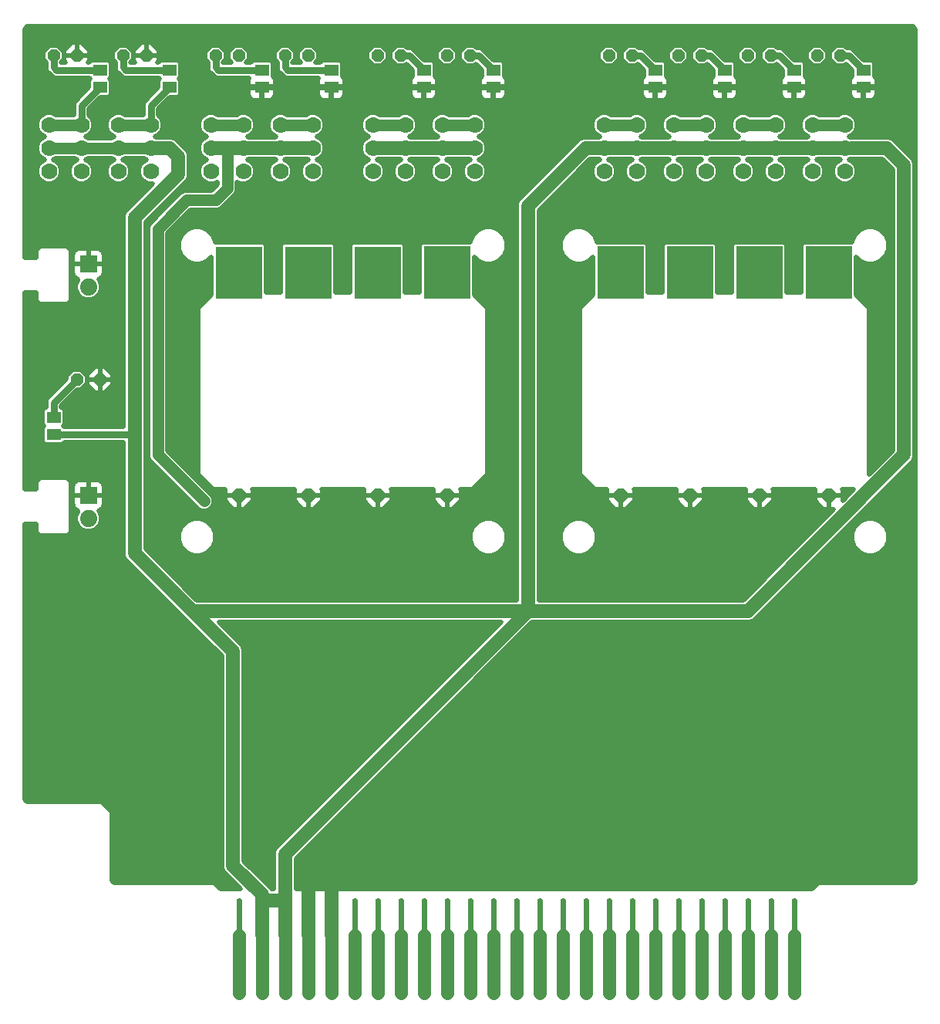
<source format=gbl>
G75*
%MOIN*%
%OFA0B0*%
%FSLAX25Y25*%
%IPPOS*%
%LPD*%
%AMOC8*
5,1,8,0,0,1.08239X$1,22.5*
%
%ADD10R,0.20000X0.20000*%
%ADD11R,0.20000X0.22500*%
%ADD12R,0.20000X0.07500*%
%ADD13R,0.20000X0.05000*%
%ADD14C,0.05600*%
%ADD15R,0.02400X0.01200*%
%ADD16C,0.02400*%
%ADD17R,0.05906X0.05118*%
%ADD18OC8,0.05200*%
%ADD19C,0.07000*%
%ADD20R,0.07400X0.07400*%
%ADD21C,0.07400*%
%ADD22OC8,0.06000*%
%ADD23C,0.06000*%
%ADD24C,0.03000*%
%ADD25C,0.05000*%
%ADD26C,0.03962*%
%ADD27C,0.01000*%
%ADD28C,0.02000*%
%ADD29R,0.03962X0.03962*%
D10*
X0097000Y0320000D03*
X0127000Y0320000D03*
X0157000Y0320000D03*
D11*
X0187000Y0321250D03*
X0262000Y0321250D03*
X0292000Y0321250D03*
X0322000Y0321250D03*
X0352000Y0321250D03*
D12*
X0157000Y0328750D03*
X0127000Y0328750D03*
D13*
X0097000Y0330000D03*
D14*
X0097000Y0035000D02*
X0097000Y0010000D01*
X0107000Y0010000D02*
X0107000Y0035000D01*
X0117000Y0035000D02*
X0117000Y0010000D01*
X0127000Y0010000D02*
X0127000Y0035000D01*
X0137000Y0035000D02*
X0137000Y0010000D01*
X0147000Y0010000D02*
X0147000Y0035000D01*
X0157000Y0035000D02*
X0157000Y0010000D01*
X0167000Y0010000D02*
X0167000Y0035000D01*
X0177000Y0035000D02*
X0177000Y0010000D01*
X0187000Y0010000D02*
X0187000Y0035000D01*
X0197000Y0035000D02*
X0197000Y0010000D01*
X0207000Y0010000D02*
X0207000Y0035000D01*
X0217000Y0035000D02*
X0217000Y0010000D01*
X0227000Y0010000D02*
X0227000Y0035000D01*
X0237000Y0035000D02*
X0237000Y0010000D01*
X0247000Y0010000D02*
X0247000Y0035000D01*
X0257000Y0035000D02*
X0257000Y0010000D01*
X0267000Y0010000D02*
X0267000Y0035000D01*
X0277000Y0035000D02*
X0277000Y0010000D01*
X0287000Y0010000D02*
X0287000Y0035000D01*
X0297000Y0035000D02*
X0297000Y0010000D01*
X0307000Y0010000D02*
X0307000Y0035000D01*
X0317000Y0035000D02*
X0317000Y0010000D01*
X0327000Y0010000D02*
X0327000Y0035000D01*
X0337000Y0035000D02*
X0337000Y0010000D01*
D15*
X0337000Y0050000D03*
X0327000Y0050000D03*
X0317000Y0050000D03*
X0307000Y0050000D03*
X0297000Y0050000D03*
X0287000Y0050000D03*
X0277000Y0050000D03*
X0267000Y0050000D03*
X0257000Y0050000D03*
X0247000Y0050000D03*
X0237000Y0050000D03*
X0227000Y0050000D03*
X0217000Y0050000D03*
X0207000Y0050000D03*
X0197000Y0050000D03*
X0187000Y0050000D03*
X0177000Y0050000D03*
X0167000Y0050000D03*
X0157000Y0050000D03*
X0147000Y0050000D03*
X0137000Y0050000D03*
X0127000Y0050000D03*
X0117000Y0050000D03*
X0107000Y0050000D03*
X0097000Y0050000D03*
D16*
X0097000Y0035000D01*
X0107000Y0035000D02*
X0107000Y0050000D01*
X0117000Y0050000D02*
X0117000Y0035000D01*
X0127000Y0035000D02*
X0127000Y0050000D01*
X0137000Y0050000D02*
X0137000Y0035000D01*
X0147000Y0035000D02*
X0147000Y0050000D01*
X0157000Y0050000D02*
X0157000Y0035000D01*
X0167000Y0035000D02*
X0167000Y0050000D01*
X0177000Y0050000D02*
X0177000Y0035000D01*
X0187000Y0035000D02*
X0187000Y0050000D01*
X0197000Y0050000D02*
X0197000Y0035000D01*
X0207000Y0035000D02*
X0207000Y0050000D01*
X0217000Y0050000D02*
X0217000Y0035000D01*
X0227000Y0035000D02*
X0227000Y0050000D01*
X0237000Y0050000D02*
X0237000Y0035000D01*
X0247000Y0035000D02*
X0247000Y0050000D01*
X0257000Y0050000D02*
X0257000Y0035000D01*
X0267000Y0035000D02*
X0267000Y0050000D01*
X0277000Y0050000D02*
X0277000Y0035000D01*
X0287000Y0035000D02*
X0287000Y0050000D01*
X0297000Y0050000D02*
X0297000Y0035000D01*
X0307000Y0035000D02*
X0307000Y0050000D01*
X0317000Y0050000D02*
X0317000Y0035000D01*
X0327000Y0035000D02*
X0327000Y0050000D01*
X0337000Y0050000D02*
X0337000Y0035000D01*
D17*
X0017000Y0251260D03*
X0017000Y0258740D03*
X0037000Y0401260D03*
X0037000Y0408740D03*
X0067000Y0408740D03*
X0067000Y0401260D03*
X0107000Y0401260D03*
X0107000Y0408740D03*
X0137000Y0408740D03*
X0137000Y0401260D03*
X0177000Y0401260D03*
X0177000Y0408740D03*
X0207000Y0408740D03*
X0207000Y0401260D03*
X0277000Y0401260D03*
X0277000Y0408740D03*
X0307000Y0408740D03*
X0307000Y0401260D03*
X0337000Y0401260D03*
X0337000Y0408740D03*
X0367000Y0408740D03*
X0367000Y0401260D03*
D18*
X0357000Y0415000D03*
X0347000Y0415000D03*
X0327000Y0415000D03*
X0317000Y0415000D03*
X0297000Y0415000D03*
X0287000Y0415000D03*
X0267000Y0415000D03*
X0257000Y0415000D03*
X0197000Y0415000D03*
X0187000Y0415000D03*
X0167000Y0415000D03*
X0157000Y0415000D03*
X0127000Y0415000D03*
X0117000Y0415000D03*
X0097000Y0415000D03*
X0087000Y0415000D03*
X0057000Y0415000D03*
X0047000Y0415000D03*
X0027000Y0415000D03*
X0017000Y0415000D03*
X0027000Y0275000D03*
X0037000Y0275000D03*
D19*
X0029000Y0365000D03*
X0029000Y0375000D03*
X0029000Y0385000D03*
X0015000Y0385000D03*
X0015000Y0375000D03*
X0015000Y0365000D03*
X0045000Y0365000D03*
X0045000Y0375000D03*
X0045000Y0385000D03*
X0059000Y0385000D03*
X0059000Y0375000D03*
X0059000Y0365000D03*
X0085000Y0365000D03*
X0085000Y0375000D03*
X0085000Y0385000D03*
X0099000Y0385000D03*
X0099000Y0375000D03*
X0099000Y0365000D03*
X0115000Y0365000D03*
X0115000Y0375000D03*
X0115000Y0385000D03*
X0129000Y0385000D03*
X0129000Y0375000D03*
X0129000Y0365000D03*
X0155000Y0365000D03*
X0155000Y0375000D03*
X0155000Y0385000D03*
X0169000Y0385000D03*
X0169000Y0375000D03*
X0169000Y0365000D03*
X0185000Y0365000D03*
X0185000Y0375000D03*
X0185000Y0385000D03*
X0199000Y0385000D03*
X0199000Y0375000D03*
X0199000Y0365000D03*
X0255000Y0365000D03*
X0255000Y0375000D03*
X0255000Y0385000D03*
X0269000Y0385000D03*
X0269000Y0375000D03*
X0269000Y0365000D03*
X0285000Y0365000D03*
X0285000Y0375000D03*
X0285000Y0385000D03*
X0299000Y0385000D03*
X0299000Y0375000D03*
X0299000Y0365000D03*
X0315000Y0365000D03*
X0315000Y0375000D03*
X0315000Y0385000D03*
X0329000Y0385000D03*
X0329000Y0375000D03*
X0329000Y0365000D03*
X0345000Y0365000D03*
X0345000Y0375000D03*
X0345000Y0385000D03*
X0359000Y0385000D03*
X0359000Y0375000D03*
X0359000Y0365000D03*
D20*
X0032000Y0325000D03*
X0032000Y0225000D03*
D21*
X0032000Y0215000D03*
X0032000Y0315000D03*
D22*
X0097000Y0315000D03*
X0127000Y0315000D03*
X0157000Y0315000D03*
X0187000Y0315000D03*
X0262000Y0315000D03*
X0292000Y0315000D03*
X0322000Y0315000D03*
X0352000Y0315000D03*
X0352000Y0225000D03*
X0322000Y0225000D03*
X0292000Y0225000D03*
X0262000Y0225000D03*
X0187000Y0225000D03*
X0157000Y0225000D03*
X0127000Y0225000D03*
X0097000Y0225000D03*
D23*
X0052000Y0200000D02*
X0052000Y0250000D01*
X0052000Y0345000D01*
X0070750Y0363750D01*
X0070750Y0371250D01*
X0067000Y0375000D01*
X0059000Y0375000D01*
X0085000Y0375000D02*
X0092000Y0375000D01*
X0099000Y0375000D01*
X0115000Y0375000D01*
X0129000Y0375000D01*
X0155000Y0375000D02*
X0169000Y0375000D01*
X0185000Y0375000D01*
X0199000Y0375000D01*
X0222000Y0350000D02*
X0247000Y0375000D01*
X0255000Y0375000D01*
X0269000Y0375000D01*
X0285000Y0375000D01*
X0299000Y0375000D01*
X0315000Y0375000D01*
X0329000Y0375000D01*
X0345000Y0375000D01*
X0359000Y0375000D01*
X0362000Y0375000D02*
X0377000Y0375000D01*
X0384500Y0367500D01*
X0384500Y0242500D01*
X0317000Y0175000D01*
X0222000Y0175000D01*
X0077000Y0175000D01*
X0052000Y0200000D01*
X0077000Y0175000D02*
X0094500Y0157500D01*
X0094500Y0065000D01*
X0107000Y0052500D01*
X0107000Y0050000D01*
X0107000Y0035000D01*
X0117000Y0035000D02*
X0117000Y0050000D01*
X0117000Y0070000D01*
X0222000Y0175000D01*
X0222000Y0350000D01*
X0137000Y0055000D02*
X0137000Y0035000D01*
X0127000Y0035000D02*
X0127000Y0055000D01*
X0117000Y0050000D02*
X0107000Y0050000D01*
D24*
X0052000Y0250000D02*
X0050740Y0251260D01*
X0017000Y0251260D01*
X0017000Y0258740D02*
X0017000Y0265000D01*
X0027000Y0275000D01*
X0029000Y0385000D02*
X0029000Y0393260D01*
X0037000Y0401260D01*
X0037000Y0408740D02*
X0018260Y0408740D01*
X0017000Y0410000D01*
X0017000Y0415000D01*
X0047000Y0415000D02*
X0047000Y0410000D01*
X0048260Y0408740D01*
X0067000Y0408740D01*
X0067000Y0401260D02*
X0059000Y0393260D01*
X0059000Y0385000D01*
X0087000Y0410000D02*
X0087000Y0415000D01*
X0087000Y0410000D02*
X0088260Y0408740D01*
X0107000Y0408740D01*
X0117000Y0410000D02*
X0117000Y0415000D01*
X0117000Y0410000D02*
X0118260Y0408740D01*
X0137000Y0408740D01*
X0167000Y0415000D02*
X0170740Y0415000D01*
X0177000Y0408740D01*
X0197000Y0415000D02*
X0200740Y0415000D01*
X0207000Y0408740D01*
X0267000Y0415000D02*
X0270740Y0415000D01*
X0277000Y0408740D01*
X0297000Y0415000D02*
X0300740Y0415000D01*
X0307000Y0408740D01*
X0327000Y0415000D02*
X0330740Y0415000D01*
X0337000Y0408740D01*
X0357000Y0415000D02*
X0360740Y0415000D01*
X0367000Y0408740D01*
D25*
X0359000Y0385000D02*
X0345000Y0385000D01*
X0329000Y0385000D02*
X0315000Y0385000D01*
X0299000Y0385000D02*
X0285000Y0385000D01*
X0269000Y0385000D02*
X0255000Y0385000D01*
X0199000Y0385000D02*
X0185000Y0385000D01*
X0169000Y0385000D02*
X0155000Y0385000D01*
X0129000Y0385000D02*
X0115000Y0385000D01*
X0097000Y0385000D02*
X0085000Y0385000D01*
X0092000Y0375000D02*
X0092000Y0357500D01*
X0087000Y0352500D01*
X0074500Y0352500D01*
X0062000Y0340000D01*
X0062000Y0242500D01*
X0072000Y0232500D01*
X0082000Y0222500D01*
X0059000Y0375000D02*
X0045000Y0375000D01*
X0029000Y0375000D01*
X0015000Y0375000D01*
X0015000Y0385000D02*
X0029000Y0385000D01*
X0045000Y0385000D02*
X0059000Y0385000D01*
D26*
X0072000Y0232500D03*
X0077000Y0227500D03*
X0082000Y0222500D03*
D27*
X0126600Y0046400D02*
X0127000Y0035000D01*
D28*
X0043036Y0057500D02*
X0042000Y0058536D01*
X0042000Y0087997D01*
X0041619Y0088916D01*
X0038416Y0092119D01*
X0037497Y0092500D01*
X0005536Y0092500D01*
X0004500Y0093536D01*
X0004500Y0212500D01*
X0009500Y0212500D01*
X0009500Y0209503D01*
X0009881Y0208584D01*
X0010584Y0207881D01*
X0011503Y0207500D01*
X0022497Y0207500D01*
X0023416Y0207881D01*
X0024119Y0208584D01*
X0024500Y0209503D01*
X0024500Y0230497D01*
X0024119Y0231416D01*
X0023416Y0232119D01*
X0022497Y0232500D01*
X0011503Y0232500D01*
X0010584Y0232119D01*
X0009881Y0231416D01*
X0009500Y0230497D01*
X0009500Y0227500D01*
X0004500Y0227500D01*
X0004500Y0312500D01*
X0009500Y0312500D01*
X0009500Y0309503D01*
X0009881Y0308584D01*
X0010584Y0307881D01*
X0011503Y0307500D01*
X0022497Y0307500D01*
X0023416Y0307881D01*
X0024119Y0308584D01*
X0024500Y0309503D01*
X0024500Y0330497D01*
X0024119Y0331416D01*
X0023416Y0332119D01*
X0022497Y0332500D01*
X0011503Y0332500D01*
X0010584Y0332119D01*
X0009881Y0331416D01*
X0009500Y0330497D01*
X0009500Y0327500D01*
X0004500Y0327500D01*
X0004500Y0426464D01*
X0005536Y0427500D01*
X0388464Y0427500D01*
X0389500Y0426464D01*
X0389500Y0058536D01*
X0388464Y0057500D01*
X0347753Y0057500D01*
X0346834Y0057119D01*
X0344714Y0055000D01*
X0121800Y0055000D01*
X0121800Y0068012D01*
X0223988Y0170200D01*
X0317955Y0170200D01*
X0319719Y0170931D01*
X0387219Y0238431D01*
X0388569Y0239781D01*
X0389300Y0241545D01*
X0389300Y0368455D01*
X0388569Y0370219D01*
X0381069Y0377719D01*
X0379719Y0379069D01*
X0377955Y0379800D01*
X0361261Y0379800D01*
X0360778Y0380000D01*
X0362002Y0380507D01*
X0363493Y0381998D01*
X0364300Y0383946D01*
X0364300Y0386054D01*
X0363493Y0388002D01*
X0362002Y0389493D01*
X0360054Y0390300D01*
X0357946Y0390300D01*
X0355998Y0389493D01*
X0355805Y0389300D01*
X0348195Y0389300D01*
X0348002Y0389493D01*
X0346054Y0390300D01*
X0343946Y0390300D01*
X0341998Y0389493D01*
X0340507Y0388002D01*
X0339700Y0386054D01*
X0339700Y0383946D01*
X0340507Y0381998D01*
X0341998Y0380507D01*
X0343222Y0380000D01*
X0342739Y0379800D01*
X0331261Y0379800D01*
X0330778Y0380000D01*
X0332002Y0380507D01*
X0333493Y0381998D01*
X0334300Y0383946D01*
X0334300Y0386054D01*
X0333493Y0388002D01*
X0332002Y0389493D01*
X0330054Y0390300D01*
X0327946Y0390300D01*
X0325998Y0389493D01*
X0325805Y0389300D01*
X0318195Y0389300D01*
X0318002Y0389493D01*
X0316054Y0390300D01*
X0313946Y0390300D01*
X0311998Y0389493D01*
X0310507Y0388002D01*
X0309700Y0386054D01*
X0309700Y0383946D01*
X0310507Y0381998D01*
X0311998Y0380507D01*
X0313222Y0380000D01*
X0312739Y0379800D01*
X0301261Y0379800D01*
X0300778Y0380000D01*
X0302002Y0380507D01*
X0303493Y0381998D01*
X0304300Y0383946D01*
X0304300Y0386054D01*
X0303493Y0388002D01*
X0302002Y0389493D01*
X0300054Y0390300D01*
X0297946Y0390300D01*
X0295998Y0389493D01*
X0295805Y0389300D01*
X0288195Y0389300D01*
X0288002Y0389493D01*
X0286054Y0390300D01*
X0283946Y0390300D01*
X0281998Y0389493D01*
X0280507Y0388002D01*
X0279700Y0386054D01*
X0279700Y0383946D01*
X0280507Y0381998D01*
X0281998Y0380507D01*
X0283222Y0380000D01*
X0282739Y0379800D01*
X0271261Y0379800D01*
X0270778Y0380000D01*
X0272002Y0380507D01*
X0273493Y0381998D01*
X0274300Y0383946D01*
X0274300Y0386054D01*
X0273493Y0388002D01*
X0272002Y0389493D01*
X0270054Y0390300D01*
X0267946Y0390300D01*
X0265998Y0389493D01*
X0265805Y0389300D01*
X0258195Y0389300D01*
X0258002Y0389493D01*
X0256054Y0390300D01*
X0253946Y0390300D01*
X0251998Y0389493D01*
X0250507Y0388002D01*
X0249700Y0386054D01*
X0249700Y0383946D01*
X0250507Y0381998D01*
X0251998Y0380507D01*
X0253222Y0380000D01*
X0252739Y0379800D01*
X0246045Y0379800D01*
X0244281Y0379069D01*
X0242931Y0377719D01*
X0217931Y0352719D01*
X0217200Y0350955D01*
X0217200Y0179800D01*
X0078988Y0179800D01*
X0056800Y0201988D01*
X0056800Y0343012D01*
X0073469Y0359681D01*
X0074819Y0361031D01*
X0075550Y0362795D01*
X0075550Y0372205D01*
X0074819Y0373969D01*
X0073469Y0375319D01*
X0069719Y0379069D01*
X0067955Y0379800D01*
X0061261Y0379800D01*
X0060778Y0380000D01*
X0062002Y0380507D01*
X0063493Y0381998D01*
X0064300Y0383946D01*
X0064300Y0386054D01*
X0063493Y0388002D01*
X0062300Y0389195D01*
X0062300Y0391893D01*
X0067308Y0396901D01*
X0070698Y0396901D01*
X0071753Y0397955D01*
X0071753Y0404564D01*
X0071317Y0405000D01*
X0071753Y0405436D01*
X0071753Y0412045D01*
X0070698Y0413099D01*
X0063302Y0413099D01*
X0062247Y0412045D01*
X0062247Y0412040D01*
X0061960Y0412040D01*
X0062600Y0412680D01*
X0062600Y0415000D01*
X0062600Y0417320D01*
X0059320Y0420600D01*
X0057000Y0420600D01*
X0057000Y0415000D01*
X0057000Y0415000D01*
X0062600Y0415000D01*
X0057000Y0415000D01*
X0057000Y0415000D01*
X0057000Y0415000D01*
X0051400Y0415000D01*
X0051400Y0417320D01*
X0054680Y0420600D01*
X0057000Y0420600D01*
X0057000Y0415000D01*
X0051400Y0415000D01*
X0051400Y0412680D01*
X0052040Y0412040D01*
X0050300Y0412040D01*
X0050300Y0412077D01*
X0051400Y0413177D01*
X0051400Y0416823D01*
X0048823Y0419400D01*
X0045177Y0419400D01*
X0042600Y0416823D01*
X0042600Y0413177D01*
X0043700Y0412077D01*
X0043700Y0409344D01*
X0044202Y0408131D01*
X0045131Y0407202D01*
X0046391Y0405943D01*
X0047603Y0405440D01*
X0062247Y0405440D01*
X0062247Y0405436D01*
X0062683Y0405000D01*
X0062247Y0404564D01*
X0062247Y0401174D01*
X0056202Y0395129D01*
X0055700Y0393916D01*
X0055700Y0389300D01*
X0048195Y0389300D01*
X0048002Y0389493D01*
X0046054Y0390300D01*
X0043946Y0390300D01*
X0041998Y0389493D01*
X0040507Y0388002D01*
X0039700Y0386054D01*
X0039700Y0383946D01*
X0040507Y0381998D01*
X0041998Y0380507D01*
X0043222Y0380000D01*
X0041998Y0379493D01*
X0041805Y0379300D01*
X0032195Y0379300D01*
X0032002Y0379493D01*
X0030778Y0380000D01*
X0032002Y0380507D01*
X0033493Y0381998D01*
X0034300Y0383946D01*
X0034300Y0386054D01*
X0033493Y0388002D01*
X0032300Y0389195D01*
X0032300Y0391893D01*
X0037308Y0396901D01*
X0040698Y0396901D01*
X0041753Y0397955D01*
X0041753Y0404564D01*
X0041317Y0405000D01*
X0041753Y0405436D01*
X0041753Y0412045D01*
X0040698Y0413099D01*
X0033302Y0413099D01*
X0032247Y0412045D01*
X0032247Y0412040D01*
X0031960Y0412040D01*
X0032600Y0412680D01*
X0032600Y0415000D01*
X0032600Y0417320D01*
X0029320Y0420600D01*
X0027000Y0420600D01*
X0027000Y0415000D01*
X0027000Y0415000D01*
X0032600Y0415000D01*
X0027000Y0415000D01*
X0027000Y0415000D01*
X0027000Y0415000D01*
X0021400Y0415000D01*
X0021400Y0417320D01*
X0024680Y0420600D01*
X0027000Y0420600D01*
X0027000Y0415000D01*
X0021400Y0415000D01*
X0021400Y0412680D01*
X0022040Y0412040D01*
X0020300Y0412040D01*
X0020300Y0412077D01*
X0021400Y0413177D01*
X0021400Y0416823D01*
X0018823Y0419400D01*
X0015177Y0419400D01*
X0012600Y0416823D01*
X0012600Y0413177D01*
X0013700Y0412077D01*
X0013700Y0409344D01*
X0014202Y0408131D01*
X0015131Y0407202D01*
X0016391Y0405943D01*
X0017603Y0405440D01*
X0032247Y0405440D01*
X0032247Y0405436D01*
X0032683Y0405000D01*
X0032247Y0404564D01*
X0032247Y0401174D01*
X0026202Y0395129D01*
X0025700Y0393916D01*
X0025700Y0389300D01*
X0018195Y0389300D01*
X0018002Y0389493D01*
X0016054Y0390300D01*
X0013946Y0390300D01*
X0011998Y0389493D01*
X0010507Y0388002D01*
X0009700Y0386054D01*
X0009700Y0383946D01*
X0010507Y0381998D01*
X0011998Y0380507D01*
X0013222Y0380000D01*
X0011998Y0379493D01*
X0010507Y0378002D01*
X0009700Y0376054D01*
X0009700Y0373946D01*
X0010507Y0371998D01*
X0011998Y0370507D01*
X0013222Y0370000D01*
X0011998Y0369493D01*
X0010507Y0368002D01*
X0009700Y0366054D01*
X0009700Y0363946D01*
X0010507Y0361998D01*
X0011998Y0360507D01*
X0013946Y0359700D01*
X0016054Y0359700D01*
X0018002Y0360507D01*
X0019493Y0361998D01*
X0020300Y0363946D01*
X0020300Y0366054D01*
X0019493Y0368002D01*
X0018002Y0369493D01*
X0016778Y0370000D01*
X0018002Y0370507D01*
X0018195Y0370700D01*
X0025805Y0370700D01*
X0025998Y0370507D01*
X0027222Y0370000D01*
X0025998Y0369493D01*
X0024507Y0368002D01*
X0023700Y0366054D01*
X0023700Y0363946D01*
X0024507Y0361998D01*
X0025998Y0360507D01*
X0027946Y0359700D01*
X0030054Y0359700D01*
X0032002Y0360507D01*
X0033493Y0361998D01*
X0034300Y0363946D01*
X0034300Y0366054D01*
X0033493Y0368002D01*
X0032002Y0369493D01*
X0030778Y0370000D01*
X0032002Y0370507D01*
X0032195Y0370700D01*
X0041805Y0370700D01*
X0041998Y0370507D01*
X0043222Y0370000D01*
X0041998Y0369493D01*
X0040507Y0368002D01*
X0039700Y0366054D01*
X0039700Y0363946D01*
X0040507Y0361998D01*
X0041998Y0360507D01*
X0043946Y0359700D01*
X0046054Y0359700D01*
X0048002Y0360507D01*
X0049493Y0361998D01*
X0050300Y0363946D01*
X0050300Y0366054D01*
X0049493Y0368002D01*
X0048002Y0369493D01*
X0046778Y0370000D01*
X0048002Y0370507D01*
X0048195Y0370700D01*
X0055805Y0370700D01*
X0055998Y0370507D01*
X0057222Y0370000D01*
X0055998Y0369493D01*
X0054507Y0368002D01*
X0053700Y0366054D01*
X0053700Y0363946D01*
X0054507Y0361998D01*
X0055998Y0360507D01*
X0057946Y0359700D01*
X0059912Y0359700D01*
X0047931Y0347719D01*
X0047200Y0345955D01*
X0047200Y0254560D01*
X0021753Y0254560D01*
X0021753Y0254564D01*
X0021317Y0255000D01*
X0021753Y0255436D01*
X0021753Y0262045D01*
X0020698Y0263099D01*
X0020300Y0263099D01*
X0020300Y0263633D01*
X0027267Y0270600D01*
X0028823Y0270600D01*
X0031400Y0273177D01*
X0031400Y0276823D01*
X0028823Y0279400D01*
X0025177Y0279400D01*
X0022600Y0276823D01*
X0022600Y0275267D01*
X0014202Y0266869D01*
X0013700Y0265656D01*
X0013700Y0263099D01*
X0013302Y0263099D01*
X0012247Y0262045D01*
X0012247Y0255436D01*
X0012683Y0255000D01*
X0012247Y0254564D01*
X0012247Y0247955D01*
X0013302Y0246901D01*
X0020698Y0246901D01*
X0021753Y0247955D01*
X0021753Y0247960D01*
X0047200Y0247960D01*
X0047200Y0199045D01*
X0047931Y0197281D01*
X0049281Y0195931D01*
X0072931Y0172281D01*
X0074281Y0170931D01*
X0089700Y0155512D01*
X0089700Y0064045D01*
X0090431Y0062281D01*
X0097712Y0055000D01*
X0089286Y0055000D01*
X0087166Y0057119D01*
X0086247Y0057500D01*
X0043036Y0057500D01*
X0042000Y0058960D02*
X0093752Y0058960D01*
X0091753Y0060958D02*
X0042000Y0060958D01*
X0042000Y0062957D02*
X0090151Y0062957D01*
X0089700Y0064955D02*
X0042000Y0064955D01*
X0042000Y0066954D02*
X0089700Y0066954D01*
X0089700Y0068952D02*
X0042000Y0068952D01*
X0042000Y0070951D02*
X0089700Y0070951D01*
X0089700Y0072949D02*
X0042000Y0072949D01*
X0042000Y0074948D02*
X0089700Y0074948D01*
X0089700Y0076946D02*
X0042000Y0076946D01*
X0042000Y0078945D02*
X0089700Y0078945D01*
X0089700Y0080943D02*
X0042000Y0080943D01*
X0042000Y0082942D02*
X0089700Y0082942D01*
X0089700Y0084940D02*
X0042000Y0084940D01*
X0042000Y0086939D02*
X0089700Y0086939D01*
X0089700Y0088937D02*
X0041598Y0088937D01*
X0039600Y0090936D02*
X0089700Y0090936D01*
X0089700Y0092934D02*
X0005101Y0092934D01*
X0004500Y0094933D02*
X0089700Y0094933D01*
X0089700Y0096932D02*
X0004500Y0096932D01*
X0004500Y0098930D02*
X0089700Y0098930D01*
X0089700Y0100929D02*
X0004500Y0100929D01*
X0004500Y0102927D02*
X0089700Y0102927D01*
X0089700Y0104926D02*
X0004500Y0104926D01*
X0004500Y0106924D02*
X0089700Y0106924D01*
X0089700Y0108923D02*
X0004500Y0108923D01*
X0004500Y0110921D02*
X0089700Y0110921D01*
X0089700Y0112920D02*
X0004500Y0112920D01*
X0004500Y0114918D02*
X0089700Y0114918D01*
X0089700Y0116917D02*
X0004500Y0116917D01*
X0004500Y0118915D02*
X0089700Y0118915D01*
X0089700Y0120914D02*
X0004500Y0120914D01*
X0004500Y0122912D02*
X0089700Y0122912D01*
X0089700Y0124911D02*
X0004500Y0124911D01*
X0004500Y0126909D02*
X0089700Y0126909D01*
X0089700Y0128908D02*
X0004500Y0128908D01*
X0004500Y0130906D02*
X0089700Y0130906D01*
X0089700Y0132905D02*
X0004500Y0132905D01*
X0004500Y0134903D02*
X0089700Y0134903D01*
X0089700Y0136902D02*
X0004500Y0136902D01*
X0004500Y0138900D02*
X0089700Y0138900D01*
X0089700Y0140899D02*
X0004500Y0140899D01*
X0004500Y0142897D02*
X0089700Y0142897D01*
X0089700Y0144896D02*
X0004500Y0144896D01*
X0004500Y0146894D02*
X0089700Y0146894D01*
X0089700Y0148893D02*
X0004500Y0148893D01*
X0004500Y0150891D02*
X0089700Y0150891D01*
X0089700Y0152890D02*
X0004500Y0152890D01*
X0004500Y0154888D02*
X0089700Y0154888D01*
X0088325Y0156887D02*
X0004500Y0156887D01*
X0004500Y0158885D02*
X0086326Y0158885D01*
X0084328Y0160884D02*
X0004500Y0160884D01*
X0004500Y0162882D02*
X0082329Y0162882D01*
X0080331Y0164881D02*
X0004500Y0164881D01*
X0004500Y0166879D02*
X0078332Y0166879D01*
X0076334Y0168878D02*
X0004500Y0168878D01*
X0004500Y0170876D02*
X0074335Y0170876D01*
X0074281Y0170931D02*
X0074281Y0170931D01*
X0072931Y0172281D02*
X0072931Y0172281D01*
X0072337Y0172875D02*
X0004500Y0172875D01*
X0004500Y0174873D02*
X0070338Y0174873D01*
X0068340Y0176872D02*
X0004500Y0176872D01*
X0004500Y0178870D02*
X0066341Y0178870D01*
X0064343Y0180869D02*
X0004500Y0180869D01*
X0004500Y0182868D02*
X0062344Y0182868D01*
X0060346Y0184866D02*
X0004500Y0184866D01*
X0004500Y0186865D02*
X0058347Y0186865D01*
X0056349Y0188863D02*
X0004500Y0188863D01*
X0004500Y0190862D02*
X0054350Y0190862D01*
X0052352Y0192860D02*
X0004500Y0192860D01*
X0004500Y0194859D02*
X0050353Y0194859D01*
X0048355Y0196857D02*
X0004500Y0196857D01*
X0004500Y0198856D02*
X0047279Y0198856D01*
X0047200Y0200854D02*
X0004500Y0200854D01*
X0004500Y0202853D02*
X0047200Y0202853D01*
X0047200Y0204851D02*
X0004500Y0204851D01*
X0004500Y0206850D02*
X0047200Y0206850D01*
X0047200Y0208848D02*
X0024229Y0208848D01*
X0024500Y0210847D02*
X0028375Y0210847D01*
X0028884Y0210337D02*
X0030906Y0209500D01*
X0033094Y0209500D01*
X0035115Y0210337D01*
X0036663Y0211884D01*
X0037500Y0213906D01*
X0037500Y0216094D01*
X0036663Y0218115D01*
X0036398Y0218380D01*
X0036575Y0218415D01*
X0037121Y0218641D01*
X0037612Y0218970D01*
X0038030Y0219388D01*
X0038359Y0219879D01*
X0038585Y0220425D01*
X0038700Y0221005D01*
X0038700Y0225000D01*
X0038700Y0228995D01*
X0038585Y0229575D01*
X0038359Y0230121D01*
X0038030Y0230612D01*
X0037612Y0231030D01*
X0037121Y0231359D01*
X0036575Y0231585D01*
X0035995Y0231700D01*
X0032000Y0231700D01*
X0032000Y0225000D01*
X0032000Y0225000D01*
X0038700Y0225000D01*
X0032000Y0225000D01*
X0032000Y0225000D01*
X0032000Y0225000D01*
X0025300Y0225000D01*
X0025300Y0228995D01*
X0025415Y0229575D01*
X0025641Y0230121D01*
X0025970Y0230612D01*
X0026388Y0231030D01*
X0026879Y0231359D01*
X0027425Y0231585D01*
X0028005Y0231700D01*
X0032000Y0231700D01*
X0032000Y0225000D01*
X0025300Y0225000D01*
X0025300Y0221005D01*
X0025415Y0220425D01*
X0025641Y0219879D01*
X0025970Y0219388D01*
X0026388Y0218970D01*
X0026879Y0218641D01*
X0027425Y0218415D01*
X0027602Y0218380D01*
X0027337Y0218115D01*
X0026500Y0216094D01*
X0026500Y0213906D01*
X0027337Y0211884D01*
X0028884Y0210337D01*
X0026939Y0212845D02*
X0024500Y0212845D01*
X0024500Y0214844D02*
X0026500Y0214844D01*
X0026810Y0216842D02*
X0024500Y0216842D01*
X0024500Y0218841D02*
X0026581Y0218841D01*
X0025333Y0220839D02*
X0024500Y0220839D01*
X0024500Y0222838D02*
X0025300Y0222838D01*
X0025300Y0224836D02*
X0024500Y0224836D01*
X0024500Y0226835D02*
X0025300Y0226835D01*
X0025300Y0228833D02*
X0024500Y0228833D01*
X0024361Y0230832D02*
X0026189Y0230832D01*
X0032000Y0230832D02*
X0032000Y0230832D01*
X0032000Y0228833D02*
X0032000Y0228833D01*
X0032000Y0226835D02*
X0032000Y0226835D01*
X0038700Y0226835D02*
X0047200Y0226835D01*
X0047200Y0228833D02*
X0038700Y0228833D01*
X0037811Y0230832D02*
X0047200Y0230832D01*
X0047200Y0232830D02*
X0004500Y0232830D01*
X0004500Y0230832D02*
X0009639Y0230832D01*
X0009500Y0228833D02*
X0004500Y0228833D01*
X0004500Y0234829D02*
X0047200Y0234829D01*
X0047200Y0236827D02*
X0004500Y0236827D01*
X0004500Y0238826D02*
X0047200Y0238826D01*
X0047200Y0240824D02*
X0004500Y0240824D01*
X0004500Y0242823D02*
X0047200Y0242823D01*
X0047200Y0244821D02*
X0004500Y0244821D01*
X0004500Y0246820D02*
X0047200Y0246820D01*
X0047200Y0254814D02*
X0021503Y0254814D01*
X0021753Y0256812D02*
X0047200Y0256812D01*
X0047200Y0258811D02*
X0021753Y0258811D01*
X0021753Y0260809D02*
X0047200Y0260809D01*
X0047200Y0262808D02*
X0020990Y0262808D01*
X0021473Y0264806D02*
X0047200Y0264806D01*
X0047200Y0266805D02*
X0023472Y0266805D01*
X0025470Y0268803D02*
X0047200Y0268803D01*
X0047200Y0270802D02*
X0040722Y0270802D01*
X0039320Y0269400D02*
X0042600Y0272680D01*
X0042600Y0275000D01*
X0042600Y0277320D01*
X0039320Y0280600D01*
X0037000Y0280600D01*
X0037000Y0275000D01*
X0042600Y0275000D01*
X0037000Y0275000D01*
X0037000Y0275000D01*
X0037000Y0275000D01*
X0037000Y0269400D01*
X0039320Y0269400D01*
X0037000Y0269400D02*
X0037000Y0275000D01*
X0037000Y0275000D01*
X0037000Y0275000D01*
X0031400Y0275000D01*
X0031400Y0277320D01*
X0034680Y0280600D01*
X0037000Y0280600D01*
X0037000Y0275000D01*
X0031400Y0275000D01*
X0031400Y0272680D01*
X0034680Y0269400D01*
X0037000Y0269400D01*
X0037000Y0270802D02*
X0037000Y0270802D01*
X0037000Y0272801D02*
X0037000Y0272801D01*
X0037000Y0274799D02*
X0037000Y0274799D01*
X0037000Y0276798D02*
X0037000Y0276798D01*
X0037000Y0278796D02*
X0037000Y0278796D01*
X0041124Y0278796D02*
X0047200Y0278796D01*
X0047200Y0276798D02*
X0042600Y0276798D01*
X0042600Y0274799D02*
X0047200Y0274799D01*
X0047200Y0272801D02*
X0042600Y0272801D01*
X0047200Y0280795D02*
X0004500Y0280795D01*
X0004500Y0282793D02*
X0047200Y0282793D01*
X0047200Y0284792D02*
X0004500Y0284792D01*
X0004500Y0286790D02*
X0047200Y0286790D01*
X0047200Y0288789D02*
X0004500Y0288789D01*
X0004500Y0290787D02*
X0047200Y0290787D01*
X0047200Y0292786D02*
X0004500Y0292786D01*
X0004500Y0294784D02*
X0047200Y0294784D01*
X0047200Y0296783D02*
X0004500Y0296783D01*
X0004500Y0298781D02*
X0047200Y0298781D01*
X0047200Y0300780D02*
X0004500Y0300780D01*
X0004500Y0302778D02*
X0047200Y0302778D01*
X0047200Y0304777D02*
X0004500Y0304777D01*
X0004500Y0306775D02*
X0047200Y0306775D01*
X0047200Y0308774D02*
X0024198Y0308774D01*
X0024500Y0310772D02*
X0028450Y0310772D01*
X0028884Y0310337D02*
X0030906Y0309500D01*
X0033094Y0309500D01*
X0035115Y0310337D01*
X0036663Y0311884D01*
X0037500Y0313906D01*
X0037500Y0316094D01*
X0036663Y0318115D01*
X0036398Y0318380D01*
X0036575Y0318415D01*
X0037121Y0318641D01*
X0037612Y0318970D01*
X0038030Y0319388D01*
X0038359Y0319879D01*
X0038585Y0320425D01*
X0038700Y0321005D01*
X0038700Y0325000D01*
X0038700Y0328995D01*
X0038585Y0329575D01*
X0038359Y0330121D01*
X0038030Y0330612D01*
X0037612Y0331030D01*
X0037121Y0331359D01*
X0036575Y0331585D01*
X0035995Y0331700D01*
X0032000Y0331700D01*
X0032000Y0325000D01*
X0032000Y0325000D01*
X0038700Y0325000D01*
X0032000Y0325000D01*
X0032000Y0325000D01*
X0032000Y0325000D01*
X0025300Y0325000D01*
X0025300Y0328995D01*
X0025415Y0329575D01*
X0025641Y0330121D01*
X0025970Y0330612D01*
X0026388Y0331030D01*
X0026879Y0331359D01*
X0027425Y0331585D01*
X0028005Y0331700D01*
X0032000Y0331700D01*
X0032000Y0325000D01*
X0025300Y0325000D01*
X0025300Y0321005D01*
X0025415Y0320425D01*
X0025641Y0319879D01*
X0025970Y0319388D01*
X0026388Y0318970D01*
X0026879Y0318641D01*
X0027425Y0318415D01*
X0027602Y0318380D01*
X0027337Y0318115D01*
X0026500Y0316094D01*
X0026500Y0313906D01*
X0027337Y0311884D01*
X0028884Y0310337D01*
X0026970Y0312771D02*
X0024500Y0312771D01*
X0024500Y0314769D02*
X0026500Y0314769D01*
X0026779Y0316768D02*
X0024500Y0316768D01*
X0024500Y0318766D02*
X0026692Y0318766D01*
X0025348Y0320765D02*
X0024500Y0320765D01*
X0024500Y0322763D02*
X0025300Y0322763D01*
X0025300Y0324762D02*
X0024500Y0324762D01*
X0024500Y0326760D02*
X0025300Y0326760D01*
X0025300Y0328759D02*
X0024500Y0328759D01*
X0024392Y0330757D02*
X0026115Y0330757D01*
X0032000Y0330757D02*
X0032000Y0330757D01*
X0032000Y0328759D02*
X0032000Y0328759D01*
X0032000Y0326760D02*
X0032000Y0326760D01*
X0038700Y0326760D02*
X0047200Y0326760D01*
X0047200Y0324762D02*
X0038700Y0324762D01*
X0038700Y0322763D02*
X0047200Y0322763D01*
X0047200Y0320765D02*
X0038652Y0320765D01*
X0037308Y0318766D02*
X0047200Y0318766D01*
X0047200Y0316768D02*
X0037221Y0316768D01*
X0037500Y0314769D02*
X0047200Y0314769D01*
X0047200Y0312771D02*
X0037030Y0312771D01*
X0035550Y0310772D02*
X0047200Y0310772D01*
X0056800Y0310772D02*
X0057700Y0310772D01*
X0057700Y0308774D02*
X0056800Y0308774D01*
X0056800Y0306775D02*
X0057700Y0306775D01*
X0057700Y0304777D02*
X0056800Y0304777D01*
X0056800Y0302778D02*
X0057700Y0302778D01*
X0057700Y0300780D02*
X0056800Y0300780D01*
X0056800Y0298781D02*
X0057700Y0298781D01*
X0057700Y0296783D02*
X0056800Y0296783D01*
X0056800Y0294784D02*
X0057700Y0294784D01*
X0057700Y0292786D02*
X0056800Y0292786D01*
X0056800Y0290787D02*
X0057700Y0290787D01*
X0057700Y0288789D02*
X0056800Y0288789D01*
X0056800Y0286790D02*
X0057700Y0286790D01*
X0057700Y0284792D02*
X0056800Y0284792D01*
X0056800Y0282793D02*
X0057700Y0282793D01*
X0057700Y0280795D02*
X0056800Y0280795D01*
X0056800Y0278796D02*
X0057700Y0278796D01*
X0057700Y0276798D02*
X0056800Y0276798D01*
X0056800Y0274799D02*
X0057700Y0274799D01*
X0057700Y0272801D02*
X0056800Y0272801D01*
X0056800Y0270802D02*
X0057700Y0270802D01*
X0057700Y0268803D02*
X0056800Y0268803D01*
X0056800Y0266805D02*
X0057700Y0266805D01*
X0057700Y0264806D02*
X0056800Y0264806D01*
X0056800Y0262808D02*
X0057700Y0262808D01*
X0057700Y0260809D02*
X0056800Y0260809D01*
X0056800Y0258811D02*
X0057700Y0258811D01*
X0057700Y0256812D02*
X0056800Y0256812D01*
X0056800Y0254814D02*
X0057700Y0254814D01*
X0057700Y0252815D02*
X0056800Y0252815D01*
X0056800Y0250817D02*
X0057700Y0250817D01*
X0057700Y0248818D02*
X0056800Y0248818D01*
X0056800Y0246820D02*
X0057700Y0246820D01*
X0057700Y0244821D02*
X0056800Y0244821D01*
X0056800Y0242823D02*
X0057700Y0242823D01*
X0057700Y0241645D02*
X0058355Y0240064D01*
X0059564Y0238855D01*
X0068355Y0230064D01*
X0079564Y0218855D01*
X0081145Y0218200D01*
X0082855Y0218200D01*
X0084436Y0218855D01*
X0085645Y0220064D01*
X0086300Y0221645D01*
X0086300Y0223355D01*
X0085645Y0224936D01*
X0074436Y0236145D01*
X0066300Y0244281D01*
X0066300Y0338219D01*
X0076281Y0348200D01*
X0087855Y0348200D01*
X0089436Y0348855D01*
X0094436Y0353855D01*
X0095645Y0355064D01*
X0096300Y0356645D01*
X0096300Y0360382D01*
X0097946Y0359700D01*
X0100054Y0359700D01*
X0102002Y0360507D01*
X0103493Y0361998D01*
X0104300Y0363946D01*
X0104300Y0366054D01*
X0103493Y0368002D01*
X0102002Y0369493D01*
X0100778Y0370000D01*
X0101261Y0370200D01*
X0112739Y0370200D01*
X0113222Y0370000D01*
X0111998Y0369493D01*
X0110507Y0368002D01*
X0109700Y0366054D01*
X0109700Y0363946D01*
X0110507Y0361998D01*
X0111998Y0360507D01*
X0113946Y0359700D01*
X0116054Y0359700D01*
X0118002Y0360507D01*
X0119493Y0361998D01*
X0120300Y0363946D01*
X0120300Y0366054D01*
X0119493Y0368002D01*
X0118002Y0369493D01*
X0116778Y0370000D01*
X0117261Y0370200D01*
X0126739Y0370200D01*
X0127222Y0370000D01*
X0125998Y0369493D01*
X0124507Y0368002D01*
X0123700Y0366054D01*
X0123700Y0363946D01*
X0124507Y0361998D01*
X0125998Y0360507D01*
X0127946Y0359700D01*
X0130054Y0359700D01*
X0132002Y0360507D01*
X0133493Y0361998D01*
X0134300Y0363946D01*
X0134300Y0366054D01*
X0133493Y0368002D01*
X0132002Y0369493D01*
X0130778Y0370000D01*
X0132002Y0370507D01*
X0133493Y0371998D01*
X0134300Y0373946D01*
X0134300Y0376054D01*
X0133493Y0378002D01*
X0132002Y0379493D01*
X0130778Y0380000D01*
X0132002Y0380507D01*
X0133493Y0381998D01*
X0134300Y0383946D01*
X0134300Y0386054D01*
X0133493Y0388002D01*
X0132002Y0389493D01*
X0130054Y0390300D01*
X0127946Y0390300D01*
X0125998Y0389493D01*
X0125805Y0389300D01*
X0118195Y0389300D01*
X0118002Y0389493D01*
X0116054Y0390300D01*
X0113946Y0390300D01*
X0111998Y0389493D01*
X0110507Y0388002D01*
X0109700Y0386054D01*
X0109700Y0383946D01*
X0110507Y0381998D01*
X0111998Y0380507D01*
X0113222Y0380000D01*
X0112739Y0379800D01*
X0101261Y0379800D01*
X0100778Y0380000D01*
X0102002Y0380507D01*
X0103493Y0381998D01*
X0104300Y0383946D01*
X0104300Y0386054D01*
X0103493Y0388002D01*
X0102002Y0389493D01*
X0100054Y0390300D01*
X0097946Y0390300D01*
X0095998Y0389493D01*
X0095805Y0389300D01*
X0088195Y0389300D01*
X0088002Y0389493D01*
X0086054Y0390300D01*
X0083946Y0390300D01*
X0081998Y0389493D01*
X0080507Y0388002D01*
X0079700Y0386054D01*
X0079700Y0383946D01*
X0080507Y0381998D01*
X0081998Y0380507D01*
X0083222Y0380000D01*
X0081998Y0379493D01*
X0080507Y0378002D01*
X0079700Y0376054D01*
X0079700Y0373946D01*
X0080507Y0371998D01*
X0081998Y0370507D01*
X0083222Y0370000D01*
X0081998Y0369493D01*
X0080507Y0368002D01*
X0079700Y0366054D01*
X0079700Y0363946D01*
X0080507Y0361998D01*
X0081998Y0360507D01*
X0083946Y0359700D01*
X0086054Y0359700D01*
X0087700Y0360382D01*
X0087700Y0359281D01*
X0085219Y0356800D01*
X0073645Y0356800D01*
X0072064Y0356145D01*
X0070855Y0354936D01*
X0058355Y0342436D01*
X0057700Y0340855D01*
X0057700Y0241645D01*
X0058040Y0240824D02*
X0056800Y0240824D01*
X0056800Y0238826D02*
X0059593Y0238826D01*
X0061592Y0236827D02*
X0056800Y0236827D01*
X0056800Y0234829D02*
X0063590Y0234829D01*
X0065589Y0232830D02*
X0056800Y0232830D01*
X0056800Y0230832D02*
X0067587Y0230832D01*
X0069586Y0228833D02*
X0056800Y0228833D01*
X0056800Y0226835D02*
X0071584Y0226835D01*
X0073583Y0224836D02*
X0056800Y0224836D01*
X0056800Y0222838D02*
X0075581Y0222838D01*
X0077580Y0220839D02*
X0056800Y0220839D01*
X0056800Y0218841D02*
X0079598Y0218841D01*
X0080573Y0214905D02*
X0077427Y0214905D01*
X0074522Y0213702D01*
X0072298Y0211478D01*
X0071094Y0208573D01*
X0071094Y0205427D01*
X0072298Y0202522D01*
X0074522Y0200298D01*
X0077427Y0199094D01*
X0080573Y0199094D01*
X0083478Y0200298D01*
X0085702Y0202522D01*
X0086905Y0205427D01*
X0086905Y0208573D01*
X0085702Y0211478D01*
X0083478Y0213702D01*
X0080573Y0214905D01*
X0080722Y0214844D02*
X0203278Y0214844D01*
X0203427Y0214905D02*
X0200522Y0213702D01*
X0198298Y0211478D01*
X0197094Y0208573D01*
X0197094Y0205427D01*
X0198298Y0202522D01*
X0200522Y0200298D01*
X0203427Y0199094D01*
X0206573Y0199094D01*
X0209478Y0200298D01*
X0211702Y0202522D01*
X0212905Y0205427D01*
X0212905Y0208573D01*
X0211702Y0211478D01*
X0209478Y0213702D01*
X0206573Y0214905D01*
X0203427Y0214905D01*
X0206722Y0214844D02*
X0217200Y0214844D01*
X0217200Y0216842D02*
X0056800Y0216842D01*
X0056800Y0214844D02*
X0077278Y0214844D01*
X0073665Y0212845D02*
X0056800Y0212845D01*
X0056800Y0210847D02*
X0072036Y0210847D01*
X0071209Y0208848D02*
X0056800Y0208848D01*
X0056800Y0206850D02*
X0071094Y0206850D01*
X0071333Y0204851D02*
X0056800Y0204851D01*
X0056800Y0202853D02*
X0072161Y0202853D01*
X0073966Y0200854D02*
X0057934Y0200854D01*
X0059933Y0198856D02*
X0217200Y0198856D01*
X0217200Y0200854D02*
X0210034Y0200854D01*
X0211839Y0202853D02*
X0217200Y0202853D01*
X0217200Y0204851D02*
X0212667Y0204851D01*
X0212905Y0206850D02*
X0217200Y0206850D01*
X0217200Y0208848D02*
X0212791Y0208848D01*
X0211964Y0210847D02*
X0217200Y0210847D01*
X0217200Y0212845D02*
X0210335Y0212845D01*
X0217200Y0218841D02*
X0084402Y0218841D01*
X0085966Y0220839D02*
X0092675Y0220839D01*
X0091000Y0222515D02*
X0094515Y0219000D01*
X0097000Y0219000D01*
X0099485Y0219000D01*
X0103000Y0222515D01*
X0103000Y0225000D01*
X0103000Y0227485D01*
X0102985Y0227500D01*
X0121015Y0227500D01*
X0121000Y0227485D01*
X0121000Y0225000D01*
X0127000Y0225000D01*
X0133000Y0225000D01*
X0133000Y0227485D01*
X0132985Y0227500D01*
X0151015Y0227500D01*
X0151000Y0227485D01*
X0151000Y0225000D01*
X0157000Y0225000D01*
X0163000Y0225000D01*
X0163000Y0227485D01*
X0162985Y0227500D01*
X0181015Y0227500D01*
X0181000Y0227485D01*
X0181000Y0225000D01*
X0187000Y0225000D01*
X0193000Y0225000D01*
X0193000Y0227485D01*
X0192985Y0227500D01*
X0197497Y0227500D01*
X0198416Y0227881D01*
X0199119Y0228584D01*
X0204119Y0233584D01*
X0204500Y0234503D01*
X0204500Y0305497D01*
X0204119Y0306416D01*
X0203416Y0307119D01*
X0198800Y0311736D01*
X0198800Y0328020D01*
X0200522Y0326298D01*
X0203427Y0325094D01*
X0206573Y0325094D01*
X0209478Y0326298D01*
X0211702Y0328522D01*
X0212905Y0331427D01*
X0212905Y0334573D01*
X0211702Y0337478D01*
X0209478Y0339702D01*
X0206573Y0340905D01*
X0203427Y0340905D01*
X0200522Y0339702D01*
X0198298Y0337478D01*
X0197094Y0334573D01*
X0197094Y0334300D01*
X0176254Y0334300D01*
X0175200Y0333246D01*
X0175200Y0312500D01*
X0168800Y0312500D01*
X0168800Y0333246D01*
X0167746Y0334300D01*
X0146254Y0334300D01*
X0145200Y0333246D01*
X0145200Y0312500D01*
X0138800Y0312500D01*
X0138800Y0333246D01*
X0137746Y0334300D01*
X0116254Y0334300D01*
X0115200Y0333246D01*
X0115200Y0312500D01*
X0108800Y0312500D01*
X0108800Y0333246D01*
X0107746Y0334300D01*
X0086905Y0334300D01*
X0086905Y0334573D01*
X0085702Y0337478D01*
X0083478Y0339702D01*
X0080573Y0340905D01*
X0077427Y0340905D01*
X0074522Y0339702D01*
X0072298Y0337478D01*
X0071094Y0334573D01*
X0071094Y0331427D01*
X0072298Y0328522D01*
X0074522Y0326298D01*
X0077427Y0325094D01*
X0080573Y0325094D01*
X0083478Y0326298D01*
X0085200Y0328020D01*
X0085200Y0311736D01*
X0084881Y0311416D01*
X0080584Y0307119D01*
X0080584Y0307119D01*
X0079881Y0306416D01*
X0079500Y0305497D01*
X0079500Y0234503D01*
X0079881Y0233584D01*
X0080584Y0232881D01*
X0085584Y0227881D01*
X0086503Y0227500D01*
X0091015Y0227500D01*
X0091000Y0227485D01*
X0091000Y0225000D01*
X0097000Y0225000D01*
X0103000Y0225000D01*
X0097000Y0225000D01*
X0097000Y0225000D01*
X0097000Y0219000D01*
X0097000Y0225000D01*
X0097000Y0225000D01*
X0097000Y0225000D01*
X0091000Y0225000D01*
X0091000Y0222515D01*
X0091000Y0222838D02*
X0086300Y0222838D01*
X0085687Y0224836D02*
X0091000Y0224836D01*
X0091000Y0226835D02*
X0083746Y0226835D01*
X0084631Y0228833D02*
X0081748Y0228833D01*
X0082633Y0230832D02*
X0079749Y0230832D01*
X0080634Y0232830D02*
X0077751Y0232830D01*
X0079500Y0234829D02*
X0075752Y0234829D01*
X0073754Y0236827D02*
X0079500Y0236827D01*
X0079500Y0238826D02*
X0071755Y0238826D01*
X0069757Y0240824D02*
X0079500Y0240824D01*
X0079500Y0242823D02*
X0067758Y0242823D01*
X0066300Y0244821D02*
X0079500Y0244821D01*
X0079500Y0246820D02*
X0066300Y0246820D01*
X0066300Y0248818D02*
X0079500Y0248818D01*
X0079500Y0250817D02*
X0066300Y0250817D01*
X0066300Y0252815D02*
X0079500Y0252815D01*
X0079500Y0254814D02*
X0066300Y0254814D01*
X0066300Y0256812D02*
X0079500Y0256812D01*
X0079500Y0258811D02*
X0066300Y0258811D01*
X0066300Y0260809D02*
X0079500Y0260809D01*
X0079500Y0262808D02*
X0066300Y0262808D01*
X0066300Y0264806D02*
X0079500Y0264806D01*
X0079500Y0266805D02*
X0066300Y0266805D01*
X0066300Y0268803D02*
X0079500Y0268803D01*
X0079500Y0270802D02*
X0066300Y0270802D01*
X0066300Y0272801D02*
X0079500Y0272801D01*
X0079500Y0274799D02*
X0066300Y0274799D01*
X0066300Y0276798D02*
X0079500Y0276798D01*
X0079500Y0278796D02*
X0066300Y0278796D01*
X0066300Y0280795D02*
X0079500Y0280795D01*
X0079500Y0282793D02*
X0066300Y0282793D01*
X0066300Y0284792D02*
X0079500Y0284792D01*
X0079500Y0286790D02*
X0066300Y0286790D01*
X0066300Y0288789D02*
X0079500Y0288789D01*
X0079500Y0290787D02*
X0066300Y0290787D01*
X0066300Y0292786D02*
X0079500Y0292786D01*
X0079500Y0294784D02*
X0066300Y0294784D01*
X0066300Y0296783D02*
X0079500Y0296783D01*
X0079500Y0298781D02*
X0066300Y0298781D01*
X0066300Y0300780D02*
X0079500Y0300780D01*
X0079500Y0302778D02*
X0066300Y0302778D01*
X0066300Y0304777D02*
X0079500Y0304777D01*
X0080240Y0306775D02*
X0066300Y0306775D01*
X0066300Y0308774D02*
X0082238Y0308774D01*
X0084237Y0310772D02*
X0066300Y0310772D01*
X0066300Y0312771D02*
X0085200Y0312771D01*
X0084881Y0311416D02*
X0084881Y0311416D01*
X0085200Y0314769D02*
X0066300Y0314769D01*
X0066300Y0316768D02*
X0085200Y0316768D01*
X0085200Y0318766D02*
X0066300Y0318766D01*
X0066300Y0320765D02*
X0085200Y0320765D01*
X0085200Y0322763D02*
X0066300Y0322763D01*
X0066300Y0324762D02*
X0085200Y0324762D01*
X0085200Y0326760D02*
X0083940Y0326760D01*
X0086830Y0334754D02*
X0197170Y0334754D01*
X0197998Y0336753D02*
X0086002Y0336753D01*
X0084429Y0338751D02*
X0199571Y0338751D01*
X0203052Y0340750D02*
X0080948Y0340750D01*
X0077052Y0340750D02*
X0068831Y0340750D01*
X0070830Y0342748D02*
X0217200Y0342748D01*
X0217200Y0340750D02*
X0206948Y0340750D01*
X0210429Y0338751D02*
X0217200Y0338751D01*
X0217200Y0336753D02*
X0212002Y0336753D01*
X0212830Y0334754D02*
X0217200Y0334754D01*
X0217200Y0332756D02*
X0212905Y0332756D01*
X0212628Y0330757D02*
X0217200Y0330757D01*
X0217200Y0328759D02*
X0211800Y0328759D01*
X0209940Y0326760D02*
X0217200Y0326760D01*
X0217200Y0324762D02*
X0198800Y0324762D01*
X0198800Y0326760D02*
X0200060Y0326760D01*
X0198800Y0322763D02*
X0217200Y0322763D01*
X0217200Y0320765D02*
X0198800Y0320765D01*
X0198800Y0318766D02*
X0217200Y0318766D01*
X0217200Y0316768D02*
X0198800Y0316768D01*
X0198800Y0314769D02*
X0217200Y0314769D01*
X0217200Y0312771D02*
X0198800Y0312771D01*
X0199763Y0310772D02*
X0217200Y0310772D01*
X0217200Y0308774D02*
X0201762Y0308774D01*
X0203760Y0306775D02*
X0217200Y0306775D01*
X0217200Y0304777D02*
X0204500Y0304777D01*
X0204500Y0302778D02*
X0217200Y0302778D01*
X0217200Y0300780D02*
X0204500Y0300780D01*
X0204500Y0298781D02*
X0217200Y0298781D01*
X0217200Y0296783D02*
X0204500Y0296783D01*
X0204500Y0294784D02*
X0217200Y0294784D01*
X0217200Y0292786D02*
X0204500Y0292786D01*
X0204500Y0290787D02*
X0217200Y0290787D01*
X0217200Y0288789D02*
X0204500Y0288789D01*
X0204500Y0286790D02*
X0217200Y0286790D01*
X0217200Y0284792D02*
X0204500Y0284792D01*
X0204500Y0282793D02*
X0217200Y0282793D01*
X0217200Y0280795D02*
X0204500Y0280795D01*
X0204500Y0278796D02*
X0217200Y0278796D01*
X0217200Y0276798D02*
X0204500Y0276798D01*
X0204500Y0274799D02*
X0217200Y0274799D01*
X0217200Y0272801D02*
X0204500Y0272801D01*
X0204500Y0270802D02*
X0217200Y0270802D01*
X0217200Y0268803D02*
X0204500Y0268803D01*
X0204500Y0266805D02*
X0217200Y0266805D01*
X0217200Y0264806D02*
X0204500Y0264806D01*
X0204500Y0262808D02*
X0217200Y0262808D01*
X0217200Y0260809D02*
X0204500Y0260809D01*
X0204500Y0258811D02*
X0217200Y0258811D01*
X0217200Y0256812D02*
X0204500Y0256812D01*
X0204500Y0254814D02*
X0217200Y0254814D01*
X0217200Y0252815D02*
X0204500Y0252815D01*
X0204500Y0250817D02*
X0217200Y0250817D01*
X0217200Y0248818D02*
X0204500Y0248818D01*
X0204500Y0246820D02*
X0217200Y0246820D01*
X0217200Y0244821D02*
X0204500Y0244821D01*
X0204500Y0242823D02*
X0217200Y0242823D01*
X0217200Y0240824D02*
X0204500Y0240824D01*
X0204500Y0238826D02*
X0217200Y0238826D01*
X0217200Y0236827D02*
X0204500Y0236827D01*
X0204500Y0234829D02*
X0217200Y0234829D01*
X0217200Y0232830D02*
X0203366Y0232830D01*
X0201367Y0230832D02*
X0217200Y0230832D01*
X0217200Y0228833D02*
X0199369Y0228833D01*
X0193000Y0226835D02*
X0217200Y0226835D01*
X0217200Y0224836D02*
X0193000Y0224836D01*
X0193000Y0225000D02*
X0187000Y0225000D01*
X0187000Y0225000D01*
X0187000Y0219000D01*
X0189485Y0219000D01*
X0193000Y0222515D01*
X0193000Y0225000D01*
X0193000Y0222838D02*
X0217200Y0222838D01*
X0217200Y0220839D02*
X0191324Y0220839D01*
X0187000Y0220839D02*
X0187000Y0220839D01*
X0187000Y0219000D02*
X0184515Y0219000D01*
X0181000Y0222515D01*
X0181000Y0225000D01*
X0187000Y0225000D01*
X0187000Y0225000D01*
X0187000Y0225000D01*
X0187000Y0219000D01*
X0187000Y0222838D02*
X0187000Y0222838D01*
X0187000Y0224836D02*
X0187000Y0224836D01*
X0182675Y0220839D02*
X0161324Y0220839D01*
X0163000Y0222515D02*
X0159485Y0219000D01*
X0157000Y0219000D01*
X0157000Y0225000D01*
X0157000Y0225000D01*
X0163000Y0225000D01*
X0163000Y0222515D01*
X0163000Y0222838D02*
X0181000Y0222838D01*
X0181000Y0224836D02*
X0163000Y0224836D01*
X0163000Y0226835D02*
X0181000Y0226835D01*
X0199665Y0212845D02*
X0084335Y0212845D01*
X0085964Y0210847D02*
X0198036Y0210847D01*
X0197209Y0208848D02*
X0086791Y0208848D01*
X0086905Y0206850D02*
X0197094Y0206850D01*
X0197333Y0204851D02*
X0086667Y0204851D01*
X0085839Y0202853D02*
X0198161Y0202853D01*
X0199966Y0200854D02*
X0084034Y0200854D01*
X0071924Y0186865D02*
X0217200Y0186865D01*
X0217200Y0188863D02*
X0069925Y0188863D01*
X0067927Y0190862D02*
X0217200Y0190862D01*
X0217200Y0192860D02*
X0065928Y0192860D01*
X0063930Y0194859D02*
X0217200Y0194859D01*
X0217200Y0196857D02*
X0061931Y0196857D01*
X0073922Y0184866D02*
X0217200Y0184866D01*
X0217200Y0182868D02*
X0075921Y0182868D01*
X0077919Y0180869D02*
X0217200Y0180869D01*
X0226800Y0180869D02*
X0316081Y0180869D01*
X0315012Y0179800D02*
X0226800Y0179800D01*
X0226800Y0348012D01*
X0248988Y0370200D01*
X0252739Y0370200D01*
X0253222Y0370000D01*
X0251998Y0369493D01*
X0250507Y0368002D01*
X0249700Y0366054D01*
X0249700Y0363946D01*
X0250507Y0361998D01*
X0251998Y0360507D01*
X0253946Y0359700D01*
X0256054Y0359700D01*
X0258002Y0360507D01*
X0259493Y0361998D01*
X0260300Y0363946D01*
X0260300Y0366054D01*
X0259493Y0368002D01*
X0258002Y0369493D01*
X0256778Y0370000D01*
X0257261Y0370200D01*
X0266739Y0370200D01*
X0267222Y0370000D01*
X0265998Y0369493D01*
X0264507Y0368002D01*
X0263700Y0366054D01*
X0263700Y0363946D01*
X0264507Y0361998D01*
X0265998Y0360507D01*
X0267946Y0359700D01*
X0270054Y0359700D01*
X0272002Y0360507D01*
X0273493Y0361998D01*
X0274300Y0363946D01*
X0274300Y0366054D01*
X0273493Y0368002D01*
X0272002Y0369493D01*
X0270778Y0370000D01*
X0271261Y0370200D01*
X0282739Y0370200D01*
X0283222Y0370000D01*
X0281998Y0369493D01*
X0280507Y0368002D01*
X0279700Y0366054D01*
X0279700Y0363946D01*
X0280507Y0361998D01*
X0281998Y0360507D01*
X0283946Y0359700D01*
X0286054Y0359700D01*
X0288002Y0360507D01*
X0289493Y0361998D01*
X0290300Y0363946D01*
X0290300Y0366054D01*
X0289493Y0368002D01*
X0288002Y0369493D01*
X0286778Y0370000D01*
X0287261Y0370200D01*
X0296739Y0370200D01*
X0297222Y0370000D01*
X0295998Y0369493D01*
X0294507Y0368002D01*
X0293700Y0366054D01*
X0293700Y0363946D01*
X0294507Y0361998D01*
X0295998Y0360507D01*
X0297946Y0359700D01*
X0300054Y0359700D01*
X0302002Y0360507D01*
X0303493Y0361998D01*
X0304300Y0363946D01*
X0304300Y0366054D01*
X0303493Y0368002D01*
X0302002Y0369493D01*
X0300778Y0370000D01*
X0301261Y0370200D01*
X0312739Y0370200D01*
X0313222Y0370000D01*
X0311998Y0369493D01*
X0310507Y0368002D01*
X0309700Y0366054D01*
X0309700Y0363946D01*
X0310507Y0361998D01*
X0311998Y0360507D01*
X0313946Y0359700D01*
X0316054Y0359700D01*
X0318002Y0360507D01*
X0319493Y0361998D01*
X0320300Y0363946D01*
X0320300Y0366054D01*
X0319493Y0368002D01*
X0318002Y0369493D01*
X0316778Y0370000D01*
X0317261Y0370200D01*
X0326739Y0370200D01*
X0327222Y0370000D01*
X0325998Y0369493D01*
X0324507Y0368002D01*
X0323700Y0366054D01*
X0323700Y0363946D01*
X0324507Y0361998D01*
X0325998Y0360507D01*
X0327946Y0359700D01*
X0330054Y0359700D01*
X0332002Y0360507D01*
X0333493Y0361998D01*
X0334300Y0363946D01*
X0334300Y0366054D01*
X0333493Y0368002D01*
X0332002Y0369493D01*
X0330778Y0370000D01*
X0331261Y0370200D01*
X0342739Y0370200D01*
X0343222Y0370000D01*
X0341998Y0369493D01*
X0340507Y0368002D01*
X0339700Y0366054D01*
X0339700Y0363946D01*
X0340507Y0361998D01*
X0341998Y0360507D01*
X0343946Y0359700D01*
X0346054Y0359700D01*
X0348002Y0360507D01*
X0349493Y0361998D01*
X0350300Y0363946D01*
X0350300Y0366054D01*
X0349493Y0368002D01*
X0348002Y0369493D01*
X0346778Y0370000D01*
X0347261Y0370200D01*
X0356739Y0370200D01*
X0357222Y0370000D01*
X0355998Y0369493D01*
X0354507Y0368002D01*
X0353700Y0366054D01*
X0353700Y0363946D01*
X0354507Y0361998D01*
X0355998Y0360507D01*
X0357946Y0359700D01*
X0360054Y0359700D01*
X0362002Y0360507D01*
X0363493Y0361998D01*
X0364300Y0363946D01*
X0364300Y0366054D01*
X0363493Y0368002D01*
X0362002Y0369493D01*
X0360778Y0370000D01*
X0361261Y0370200D01*
X0375012Y0370200D01*
X0379700Y0365512D01*
X0379700Y0244488D01*
X0369348Y0234136D01*
X0369500Y0234503D01*
X0369500Y0305497D01*
X0369119Y0306416D01*
X0368416Y0307119D01*
X0363800Y0311736D01*
X0363800Y0328020D01*
X0365522Y0326298D01*
X0368427Y0325094D01*
X0371573Y0325094D01*
X0374478Y0326298D01*
X0376702Y0328522D01*
X0377905Y0331427D01*
X0377905Y0334573D01*
X0376702Y0337478D01*
X0374478Y0339702D01*
X0371573Y0340905D01*
X0368427Y0340905D01*
X0365522Y0339702D01*
X0363298Y0337478D01*
X0362094Y0334573D01*
X0362094Y0334300D01*
X0341254Y0334300D01*
X0340200Y0333246D01*
X0340200Y0312500D01*
X0333800Y0312500D01*
X0333800Y0333246D01*
X0332746Y0334300D01*
X0311254Y0334300D01*
X0310200Y0333246D01*
X0310200Y0312500D01*
X0303800Y0312500D01*
X0303800Y0333246D01*
X0302746Y0334300D01*
X0281254Y0334300D01*
X0280200Y0333246D01*
X0280200Y0312500D01*
X0273800Y0312500D01*
X0273800Y0333246D01*
X0272746Y0334300D01*
X0251905Y0334300D01*
X0251905Y0334573D01*
X0250702Y0337478D01*
X0248478Y0339702D01*
X0245573Y0340905D01*
X0242427Y0340905D01*
X0239522Y0339702D01*
X0237298Y0337478D01*
X0236094Y0334573D01*
X0236094Y0331427D01*
X0237298Y0328522D01*
X0239522Y0326298D01*
X0242427Y0325094D01*
X0245573Y0325094D01*
X0248478Y0326298D01*
X0250200Y0328020D01*
X0250200Y0311736D01*
X0244881Y0306416D01*
X0244500Y0305497D01*
X0244500Y0234503D01*
X0244881Y0233584D01*
X0245584Y0232881D01*
X0250584Y0227881D01*
X0251503Y0227500D01*
X0256015Y0227500D01*
X0256000Y0227485D01*
X0256000Y0225000D01*
X0262000Y0225000D01*
X0268000Y0225000D01*
X0268000Y0227485D01*
X0267985Y0227500D01*
X0286015Y0227500D01*
X0286000Y0227485D01*
X0286000Y0225000D01*
X0292000Y0225000D01*
X0298000Y0225000D01*
X0298000Y0227485D01*
X0297985Y0227500D01*
X0316015Y0227500D01*
X0316000Y0227485D01*
X0316000Y0225000D01*
X0322000Y0225000D01*
X0328000Y0225000D01*
X0328000Y0227485D01*
X0327985Y0227500D01*
X0346015Y0227500D01*
X0346000Y0227485D01*
X0346000Y0225000D01*
X0352000Y0225000D01*
X0358000Y0225000D01*
X0358000Y0227485D01*
X0357985Y0227500D01*
X0362497Y0227500D01*
X0362863Y0227652D01*
X0358000Y0222788D01*
X0358000Y0225000D01*
X0352000Y0225000D01*
X0352000Y0225000D01*
X0352000Y0219000D01*
X0354212Y0219000D01*
X0315012Y0179800D01*
X0318079Y0182868D02*
X0226800Y0182868D01*
X0226800Y0184866D02*
X0320078Y0184866D01*
X0322076Y0186865D02*
X0226800Y0186865D01*
X0226800Y0188863D02*
X0324075Y0188863D01*
X0326073Y0190862D02*
X0226800Y0190862D01*
X0226800Y0192860D02*
X0328072Y0192860D01*
X0330070Y0194859D02*
X0226800Y0194859D01*
X0226800Y0196857D02*
X0332069Y0196857D01*
X0334067Y0198856D02*
X0226800Y0198856D01*
X0226800Y0200854D02*
X0238966Y0200854D01*
X0239522Y0200298D02*
X0242427Y0199094D01*
X0245573Y0199094D01*
X0248478Y0200298D01*
X0250702Y0202522D01*
X0251905Y0205427D01*
X0251905Y0208573D01*
X0250702Y0211478D01*
X0248478Y0213702D01*
X0245573Y0214905D01*
X0242427Y0214905D01*
X0239522Y0213702D01*
X0237298Y0211478D01*
X0236094Y0208573D01*
X0236094Y0205427D01*
X0237298Y0202522D01*
X0239522Y0200298D01*
X0237161Y0202853D02*
X0226800Y0202853D01*
X0226800Y0204851D02*
X0236333Y0204851D01*
X0236094Y0206850D02*
X0226800Y0206850D01*
X0226800Y0208848D02*
X0236209Y0208848D01*
X0237036Y0210847D02*
X0226800Y0210847D01*
X0226800Y0212845D02*
X0238665Y0212845D01*
X0242278Y0214844D02*
X0226800Y0214844D01*
X0226800Y0216842D02*
X0352054Y0216842D01*
X0352000Y0219000D02*
X0352000Y0225000D01*
X0352000Y0225000D01*
X0352000Y0225000D01*
X0346000Y0225000D01*
X0346000Y0222515D01*
X0349515Y0219000D01*
X0352000Y0219000D01*
X0352000Y0220839D02*
X0352000Y0220839D01*
X0352000Y0222838D02*
X0352000Y0222838D01*
X0352000Y0224836D02*
X0352000Y0224836D01*
X0347675Y0220839D02*
X0326324Y0220839D01*
X0328000Y0222515D02*
X0324485Y0219000D01*
X0322000Y0219000D01*
X0322000Y0225000D01*
X0322000Y0225000D01*
X0328000Y0225000D01*
X0328000Y0222515D01*
X0328000Y0222838D02*
X0346000Y0222838D01*
X0346000Y0224836D02*
X0328000Y0224836D01*
X0328000Y0226835D02*
X0346000Y0226835D01*
X0354053Y0218841D02*
X0226800Y0218841D01*
X0226800Y0220839D02*
X0257675Y0220839D01*
X0256000Y0222515D02*
X0256000Y0225000D01*
X0262000Y0225000D01*
X0262000Y0225000D01*
X0268000Y0225000D01*
X0268000Y0222515D01*
X0264485Y0219000D01*
X0262000Y0219000D01*
X0262000Y0225000D01*
X0262000Y0225000D01*
X0262000Y0225000D01*
X0262000Y0219000D01*
X0259515Y0219000D01*
X0256000Y0222515D01*
X0256000Y0222838D02*
X0226800Y0222838D01*
X0226800Y0224836D02*
X0256000Y0224836D01*
X0256000Y0226835D02*
X0226800Y0226835D01*
X0226800Y0228833D02*
X0249631Y0228833D01*
X0247633Y0230832D02*
X0226800Y0230832D01*
X0226800Y0232830D02*
X0245634Y0232830D01*
X0244500Y0234829D02*
X0226800Y0234829D01*
X0226800Y0236827D02*
X0244500Y0236827D01*
X0244500Y0238826D02*
X0226800Y0238826D01*
X0226800Y0240824D02*
X0244500Y0240824D01*
X0244500Y0242823D02*
X0226800Y0242823D01*
X0226800Y0244821D02*
X0244500Y0244821D01*
X0244500Y0246820D02*
X0226800Y0246820D01*
X0226800Y0248818D02*
X0244500Y0248818D01*
X0244500Y0250817D02*
X0226800Y0250817D01*
X0226800Y0252815D02*
X0244500Y0252815D01*
X0244500Y0254814D02*
X0226800Y0254814D01*
X0226800Y0256812D02*
X0244500Y0256812D01*
X0244500Y0258811D02*
X0226800Y0258811D01*
X0226800Y0260809D02*
X0244500Y0260809D01*
X0244500Y0262808D02*
X0226800Y0262808D01*
X0226800Y0264806D02*
X0244500Y0264806D01*
X0244500Y0266805D02*
X0226800Y0266805D01*
X0226800Y0268803D02*
X0244500Y0268803D01*
X0244500Y0270802D02*
X0226800Y0270802D01*
X0226800Y0272801D02*
X0244500Y0272801D01*
X0244500Y0274799D02*
X0226800Y0274799D01*
X0226800Y0276798D02*
X0244500Y0276798D01*
X0244500Y0278796D02*
X0226800Y0278796D01*
X0226800Y0280795D02*
X0244500Y0280795D01*
X0244500Y0282793D02*
X0226800Y0282793D01*
X0226800Y0284792D02*
X0244500Y0284792D01*
X0244500Y0286790D02*
X0226800Y0286790D01*
X0226800Y0288789D02*
X0244500Y0288789D01*
X0244500Y0290787D02*
X0226800Y0290787D01*
X0226800Y0292786D02*
X0244500Y0292786D01*
X0244500Y0294784D02*
X0226800Y0294784D01*
X0226800Y0296783D02*
X0244500Y0296783D01*
X0244500Y0298781D02*
X0226800Y0298781D01*
X0226800Y0300780D02*
X0244500Y0300780D01*
X0244500Y0302778D02*
X0226800Y0302778D01*
X0226800Y0304777D02*
X0244500Y0304777D01*
X0245240Y0306775D02*
X0226800Y0306775D01*
X0226800Y0308774D02*
X0247238Y0308774D01*
X0249237Y0310772D02*
X0226800Y0310772D01*
X0226800Y0312771D02*
X0250200Y0312771D01*
X0250200Y0314769D02*
X0226800Y0314769D01*
X0226800Y0316768D02*
X0250200Y0316768D01*
X0250200Y0318766D02*
X0226800Y0318766D01*
X0226800Y0320765D02*
X0250200Y0320765D01*
X0250200Y0322763D02*
X0226800Y0322763D01*
X0226800Y0324762D02*
X0250200Y0324762D01*
X0250200Y0326760D02*
X0248940Y0326760D01*
X0251830Y0334754D02*
X0362170Y0334754D01*
X0362998Y0336753D02*
X0251002Y0336753D01*
X0249429Y0338751D02*
X0364571Y0338751D01*
X0368052Y0340750D02*
X0245948Y0340750D01*
X0242052Y0340750D02*
X0226800Y0340750D01*
X0226800Y0342748D02*
X0379700Y0342748D01*
X0379700Y0340750D02*
X0371948Y0340750D01*
X0375429Y0338751D02*
X0379700Y0338751D01*
X0379700Y0336753D02*
X0377002Y0336753D01*
X0377830Y0334754D02*
X0379700Y0334754D01*
X0379700Y0332756D02*
X0377905Y0332756D01*
X0377628Y0330757D02*
X0379700Y0330757D01*
X0379700Y0328759D02*
X0376800Y0328759D01*
X0374940Y0326760D02*
X0379700Y0326760D01*
X0379700Y0324762D02*
X0363800Y0324762D01*
X0363800Y0326760D02*
X0365060Y0326760D01*
X0363800Y0322763D02*
X0379700Y0322763D01*
X0379700Y0320765D02*
X0363800Y0320765D01*
X0363800Y0318766D02*
X0379700Y0318766D01*
X0379700Y0316768D02*
X0363800Y0316768D01*
X0363800Y0314769D02*
X0379700Y0314769D01*
X0379700Y0312771D02*
X0363800Y0312771D01*
X0364763Y0310772D02*
X0379700Y0310772D01*
X0379700Y0308774D02*
X0366762Y0308774D01*
X0368416Y0307119D02*
X0368416Y0307119D01*
X0368760Y0306775D02*
X0379700Y0306775D01*
X0379700Y0304777D02*
X0369500Y0304777D01*
X0369500Y0302778D02*
X0379700Y0302778D01*
X0379700Y0300780D02*
X0369500Y0300780D01*
X0369500Y0298781D02*
X0379700Y0298781D01*
X0379700Y0296783D02*
X0369500Y0296783D01*
X0369500Y0294784D02*
X0379700Y0294784D01*
X0379700Y0292786D02*
X0369500Y0292786D01*
X0369500Y0290787D02*
X0379700Y0290787D01*
X0379700Y0288789D02*
X0369500Y0288789D01*
X0369500Y0286790D02*
X0379700Y0286790D01*
X0379700Y0284792D02*
X0369500Y0284792D01*
X0369500Y0282793D02*
X0379700Y0282793D01*
X0379700Y0280795D02*
X0369500Y0280795D01*
X0369500Y0278796D02*
X0379700Y0278796D01*
X0379700Y0276798D02*
X0369500Y0276798D01*
X0369500Y0274799D02*
X0379700Y0274799D01*
X0379700Y0272801D02*
X0369500Y0272801D01*
X0369500Y0270802D02*
X0379700Y0270802D01*
X0379700Y0268803D02*
X0369500Y0268803D01*
X0369500Y0266805D02*
X0379700Y0266805D01*
X0379700Y0264806D02*
X0369500Y0264806D01*
X0369500Y0262808D02*
X0379700Y0262808D01*
X0379700Y0260809D02*
X0369500Y0260809D01*
X0369500Y0258811D02*
X0379700Y0258811D01*
X0379700Y0256812D02*
X0369500Y0256812D01*
X0369500Y0254814D02*
X0379700Y0254814D01*
X0379700Y0252815D02*
X0369500Y0252815D01*
X0369500Y0250817D02*
X0379700Y0250817D01*
X0379700Y0248818D02*
X0369500Y0248818D01*
X0369500Y0246820D02*
X0379700Y0246820D01*
X0379700Y0244821D02*
X0369500Y0244821D01*
X0369500Y0242823D02*
X0378035Y0242823D01*
X0376036Y0240824D02*
X0369500Y0240824D01*
X0369500Y0238826D02*
X0374038Y0238826D01*
X0372039Y0236827D02*
X0369500Y0236827D01*
X0369500Y0234829D02*
X0370041Y0234829D01*
X0377621Y0228833D02*
X0389500Y0228833D01*
X0389500Y0226835D02*
X0375623Y0226835D01*
X0373624Y0224836D02*
X0389500Y0224836D01*
X0389500Y0222838D02*
X0371626Y0222838D01*
X0369627Y0220839D02*
X0389500Y0220839D01*
X0389500Y0218841D02*
X0367629Y0218841D01*
X0365630Y0216842D02*
X0389500Y0216842D01*
X0389500Y0214844D02*
X0371722Y0214844D01*
X0371573Y0214905D02*
X0368427Y0214905D01*
X0365522Y0213702D01*
X0363298Y0211478D01*
X0362094Y0208573D01*
X0362094Y0205427D01*
X0363298Y0202522D01*
X0365522Y0200298D01*
X0368427Y0199094D01*
X0371573Y0199094D01*
X0374478Y0200298D01*
X0376702Y0202522D01*
X0377905Y0205427D01*
X0377905Y0208573D01*
X0376702Y0211478D01*
X0374478Y0213702D01*
X0371573Y0214905D01*
X0368278Y0214844D02*
X0363632Y0214844D01*
X0364665Y0212845D02*
X0361633Y0212845D01*
X0363036Y0210847D02*
X0359635Y0210847D01*
X0357636Y0208848D02*
X0362209Y0208848D01*
X0362094Y0206850D02*
X0355638Y0206850D01*
X0353639Y0204851D02*
X0362333Y0204851D01*
X0363161Y0202853D02*
X0351641Y0202853D01*
X0349642Y0200854D02*
X0364966Y0200854D01*
X0375034Y0200854D02*
X0389500Y0200854D01*
X0389500Y0198856D02*
X0347644Y0198856D01*
X0345645Y0196857D02*
X0389500Y0196857D01*
X0389500Y0194859D02*
X0343647Y0194859D01*
X0341648Y0192860D02*
X0389500Y0192860D01*
X0389500Y0190862D02*
X0339650Y0190862D01*
X0337651Y0188863D02*
X0389500Y0188863D01*
X0389500Y0186865D02*
X0335653Y0186865D01*
X0333654Y0184866D02*
X0389500Y0184866D01*
X0389500Y0182868D02*
X0331656Y0182868D01*
X0329657Y0180869D02*
X0389500Y0180869D01*
X0389500Y0178870D02*
X0327659Y0178870D01*
X0325660Y0176872D02*
X0389500Y0176872D01*
X0389500Y0174873D02*
X0323662Y0174873D01*
X0321663Y0172875D02*
X0389500Y0172875D01*
X0389500Y0170876D02*
X0319588Y0170876D01*
X0336066Y0200854D02*
X0249034Y0200854D01*
X0250839Y0202853D02*
X0338064Y0202853D01*
X0340063Y0204851D02*
X0251667Y0204851D01*
X0251905Y0206850D02*
X0342061Y0206850D01*
X0344060Y0208848D02*
X0251791Y0208848D01*
X0250964Y0210847D02*
X0346058Y0210847D01*
X0348057Y0212845D02*
X0249335Y0212845D01*
X0245722Y0214844D02*
X0350055Y0214844D01*
X0358000Y0222838D02*
X0358050Y0222838D01*
X0358000Y0224836D02*
X0360048Y0224836D01*
X0362047Y0226835D02*
X0358000Y0226835D01*
X0375335Y0212845D02*
X0389500Y0212845D01*
X0389500Y0210847D02*
X0376964Y0210847D01*
X0377791Y0208848D02*
X0389500Y0208848D01*
X0389500Y0206850D02*
X0377905Y0206850D01*
X0377667Y0204851D02*
X0389500Y0204851D01*
X0389500Y0202853D02*
X0376839Y0202853D01*
X0379620Y0230832D02*
X0389500Y0230832D01*
X0389500Y0232830D02*
X0381619Y0232830D01*
X0383617Y0234829D02*
X0389500Y0234829D01*
X0389500Y0236827D02*
X0385616Y0236827D01*
X0387614Y0238826D02*
X0389500Y0238826D01*
X0389500Y0240824D02*
X0389001Y0240824D01*
X0389300Y0242823D02*
X0389500Y0242823D01*
X0389500Y0244821D02*
X0389300Y0244821D01*
X0389300Y0246820D02*
X0389500Y0246820D01*
X0389500Y0248818D02*
X0389300Y0248818D01*
X0389300Y0250817D02*
X0389500Y0250817D01*
X0389500Y0252815D02*
X0389300Y0252815D01*
X0389300Y0254814D02*
X0389500Y0254814D01*
X0389500Y0256812D02*
X0389300Y0256812D01*
X0389300Y0258811D02*
X0389500Y0258811D01*
X0389500Y0260809D02*
X0389300Y0260809D01*
X0389300Y0262808D02*
X0389500Y0262808D01*
X0389500Y0264806D02*
X0389300Y0264806D01*
X0389300Y0266805D02*
X0389500Y0266805D01*
X0389500Y0268803D02*
X0389300Y0268803D01*
X0389300Y0270802D02*
X0389500Y0270802D01*
X0389500Y0272801D02*
X0389300Y0272801D01*
X0389300Y0274799D02*
X0389500Y0274799D01*
X0389500Y0276798D02*
X0389300Y0276798D01*
X0389300Y0278796D02*
X0389500Y0278796D01*
X0389500Y0280795D02*
X0389300Y0280795D01*
X0389300Y0282793D02*
X0389500Y0282793D01*
X0389500Y0284792D02*
X0389300Y0284792D01*
X0389300Y0286790D02*
X0389500Y0286790D01*
X0389500Y0288789D02*
X0389300Y0288789D01*
X0389300Y0290787D02*
X0389500Y0290787D01*
X0389500Y0292786D02*
X0389300Y0292786D01*
X0389300Y0294784D02*
X0389500Y0294784D01*
X0389500Y0296783D02*
X0389300Y0296783D01*
X0389300Y0298781D02*
X0389500Y0298781D01*
X0389500Y0300780D02*
X0389300Y0300780D01*
X0389300Y0302778D02*
X0389500Y0302778D01*
X0389500Y0304777D02*
X0389300Y0304777D01*
X0389300Y0306775D02*
X0389500Y0306775D01*
X0389500Y0308774D02*
X0389300Y0308774D01*
X0389300Y0310772D02*
X0389500Y0310772D01*
X0389500Y0312771D02*
X0389300Y0312771D01*
X0389300Y0314769D02*
X0389500Y0314769D01*
X0389500Y0316768D02*
X0389300Y0316768D01*
X0389300Y0318766D02*
X0389500Y0318766D01*
X0389500Y0320765D02*
X0389300Y0320765D01*
X0389300Y0322763D02*
X0389500Y0322763D01*
X0389500Y0324762D02*
X0389300Y0324762D01*
X0389300Y0326760D02*
X0389500Y0326760D01*
X0389500Y0328759D02*
X0389300Y0328759D01*
X0389300Y0330757D02*
X0389500Y0330757D01*
X0389500Y0332756D02*
X0389300Y0332756D01*
X0389300Y0334754D02*
X0389500Y0334754D01*
X0389500Y0336753D02*
X0389300Y0336753D01*
X0389300Y0338751D02*
X0389500Y0338751D01*
X0389500Y0340750D02*
X0389300Y0340750D01*
X0389300Y0342748D02*
X0389500Y0342748D01*
X0389500Y0344747D02*
X0389300Y0344747D01*
X0389300Y0346745D02*
X0389500Y0346745D01*
X0389500Y0348744D02*
X0389300Y0348744D01*
X0389300Y0350742D02*
X0389500Y0350742D01*
X0389500Y0352741D02*
X0389300Y0352741D01*
X0389300Y0354739D02*
X0389500Y0354739D01*
X0389500Y0356738D02*
X0389300Y0356738D01*
X0389300Y0358737D02*
X0389500Y0358737D01*
X0389500Y0360735D02*
X0389300Y0360735D01*
X0389300Y0362734D02*
X0389500Y0362734D01*
X0389500Y0364732D02*
X0389300Y0364732D01*
X0389300Y0366731D02*
X0389500Y0366731D01*
X0389500Y0368729D02*
X0389186Y0368729D01*
X0389500Y0370728D02*
X0388061Y0370728D01*
X0389500Y0372726D02*
X0386062Y0372726D01*
X0384064Y0374725D02*
X0389500Y0374725D01*
X0389500Y0376723D02*
X0382065Y0376723D01*
X0381069Y0377719D02*
X0381069Y0377719D01*
X0380067Y0378722D02*
X0389500Y0378722D01*
X0389500Y0380720D02*
X0362215Y0380720D01*
X0363792Y0382719D02*
X0389500Y0382719D01*
X0389500Y0384717D02*
X0364300Y0384717D01*
X0364026Y0386716D02*
X0389500Y0386716D01*
X0389500Y0388714D02*
X0362781Y0388714D01*
X0363752Y0395701D02*
X0366720Y0395701D01*
X0366720Y0400980D01*
X0361047Y0400980D01*
X0361047Y0398405D01*
X0361163Y0397826D01*
X0361389Y0397280D01*
X0361717Y0396788D01*
X0362135Y0396371D01*
X0362626Y0396042D01*
X0363172Y0395816D01*
X0363752Y0395701D01*
X0361797Y0396708D02*
X0342203Y0396708D01*
X0342283Y0396788D02*
X0342611Y0397280D01*
X0342837Y0397826D01*
X0342953Y0398405D01*
X0342953Y0400980D01*
X0337280Y0400980D01*
X0337280Y0401539D01*
X0342953Y0401539D01*
X0342953Y0404114D01*
X0342837Y0404694D01*
X0342611Y0405240D01*
X0342283Y0405731D01*
X0341865Y0406149D01*
X0341753Y0406224D01*
X0341753Y0412045D01*
X0340698Y0413099D01*
X0337308Y0413099D01*
X0332609Y0417798D01*
X0331397Y0418300D01*
X0329923Y0418300D01*
X0328823Y0419400D01*
X0325177Y0419400D01*
X0322600Y0416823D01*
X0322600Y0413177D01*
X0325177Y0410600D01*
X0328823Y0410600D01*
X0329648Y0411425D01*
X0332247Y0408826D01*
X0332247Y0406224D01*
X0332135Y0406149D01*
X0331717Y0405731D01*
X0331389Y0405240D01*
X0331163Y0404694D01*
X0331047Y0404114D01*
X0331047Y0401539D01*
X0336720Y0401539D01*
X0336720Y0400980D01*
X0331047Y0400980D01*
X0331047Y0398405D01*
X0331163Y0397826D01*
X0331389Y0397280D01*
X0331717Y0396788D01*
X0332135Y0396371D01*
X0332626Y0396042D01*
X0333172Y0395816D01*
X0333752Y0395701D01*
X0336720Y0395701D01*
X0336720Y0400980D01*
X0337280Y0400980D01*
X0337280Y0395701D01*
X0340248Y0395701D01*
X0340828Y0395816D01*
X0341374Y0396042D01*
X0341865Y0396371D01*
X0342283Y0396788D01*
X0342953Y0398707D02*
X0361047Y0398707D01*
X0361047Y0400705D02*
X0342953Y0400705D01*
X0342953Y0402704D02*
X0361047Y0402704D01*
X0361047Y0401539D02*
X0361047Y0404114D01*
X0361163Y0404694D01*
X0361389Y0405240D01*
X0361717Y0405731D01*
X0362135Y0406149D01*
X0362247Y0406224D01*
X0362247Y0408826D01*
X0359648Y0411425D01*
X0358823Y0410600D01*
X0355177Y0410600D01*
X0352600Y0413177D01*
X0352600Y0416823D01*
X0355177Y0419400D01*
X0358823Y0419400D01*
X0359923Y0418300D01*
X0361397Y0418300D01*
X0362609Y0417798D01*
X0367308Y0413099D01*
X0370698Y0413099D01*
X0371753Y0412045D01*
X0371753Y0406224D01*
X0371865Y0406149D01*
X0372283Y0405731D01*
X0372611Y0405240D01*
X0372837Y0404694D01*
X0372953Y0404114D01*
X0372953Y0401539D01*
X0367280Y0401539D01*
X0367280Y0400980D01*
X0372953Y0400980D01*
X0372953Y0398405D01*
X0372837Y0397826D01*
X0372611Y0397280D01*
X0372283Y0396788D01*
X0371865Y0396371D01*
X0371374Y0396042D01*
X0370828Y0395816D01*
X0370248Y0395701D01*
X0367280Y0395701D01*
X0367280Y0400980D01*
X0366720Y0400980D01*
X0366720Y0401539D01*
X0361047Y0401539D01*
X0361166Y0404702D02*
X0342834Y0404702D01*
X0341753Y0406701D02*
X0362247Y0406701D01*
X0362247Y0408699D02*
X0341753Y0408699D01*
X0341753Y0410698D02*
X0345080Y0410698D01*
X0345177Y0410600D02*
X0348823Y0410600D01*
X0351400Y0413177D01*
X0351400Y0416823D01*
X0348823Y0419400D01*
X0345177Y0419400D01*
X0342600Y0416823D01*
X0342600Y0413177D01*
X0345177Y0410600D01*
X0343081Y0412696D02*
X0341101Y0412696D01*
X0342600Y0414695D02*
X0335712Y0414695D01*
X0333714Y0416693D02*
X0342600Y0416693D01*
X0344469Y0418692D02*
X0329531Y0418692D01*
X0324469Y0418692D02*
X0319531Y0418692D01*
X0318823Y0419400D02*
X0321400Y0416823D01*
X0321400Y0413177D01*
X0318823Y0410600D01*
X0315177Y0410600D01*
X0312600Y0413177D01*
X0312600Y0416823D01*
X0315177Y0419400D01*
X0318823Y0419400D01*
X0321400Y0416693D02*
X0322600Y0416693D01*
X0322600Y0414695D02*
X0321400Y0414695D01*
X0320919Y0412696D02*
X0323081Y0412696D01*
X0325080Y0410698D02*
X0318920Y0410698D01*
X0315080Y0410698D02*
X0311753Y0410698D01*
X0311753Y0412045D02*
X0310698Y0413099D01*
X0307308Y0413099D01*
X0302609Y0417798D01*
X0301397Y0418300D01*
X0299923Y0418300D01*
X0298823Y0419400D01*
X0295177Y0419400D01*
X0292600Y0416823D01*
X0292600Y0413177D01*
X0295177Y0410600D01*
X0298823Y0410600D01*
X0299648Y0411425D01*
X0302247Y0408826D01*
X0302247Y0406224D01*
X0302135Y0406149D01*
X0301717Y0405731D01*
X0301389Y0405240D01*
X0301163Y0404694D01*
X0301047Y0404114D01*
X0301047Y0401539D01*
X0306720Y0401539D01*
X0306720Y0400980D01*
X0301047Y0400980D01*
X0301047Y0398405D01*
X0301163Y0397826D01*
X0301389Y0397280D01*
X0301717Y0396788D01*
X0302135Y0396371D01*
X0302626Y0396042D01*
X0303172Y0395816D01*
X0303752Y0395701D01*
X0306720Y0395701D01*
X0306720Y0400980D01*
X0307280Y0400980D01*
X0307280Y0401539D01*
X0312953Y0401539D01*
X0312953Y0404114D01*
X0312837Y0404694D01*
X0312611Y0405240D01*
X0312283Y0405731D01*
X0311865Y0406149D01*
X0311753Y0406224D01*
X0311753Y0412045D01*
X0311101Y0412696D02*
X0313081Y0412696D01*
X0312600Y0414695D02*
X0305712Y0414695D01*
X0303714Y0416693D02*
X0312600Y0416693D01*
X0314469Y0418692D02*
X0299531Y0418692D01*
X0298920Y0410698D02*
X0300375Y0410698D01*
X0302247Y0408699D02*
X0281753Y0408699D01*
X0281753Y0406701D02*
X0302247Y0406701D01*
X0301166Y0404702D02*
X0282834Y0404702D01*
X0282837Y0404694D02*
X0282611Y0405240D01*
X0282283Y0405731D01*
X0281865Y0406149D01*
X0281753Y0406224D01*
X0281753Y0412045D01*
X0280698Y0413099D01*
X0277308Y0413099D01*
X0272609Y0417798D01*
X0271397Y0418300D01*
X0269923Y0418300D01*
X0268823Y0419400D01*
X0265177Y0419400D01*
X0262600Y0416823D01*
X0262600Y0413177D01*
X0265177Y0410600D01*
X0268823Y0410600D01*
X0269648Y0411425D01*
X0272247Y0408826D01*
X0272247Y0406224D01*
X0272135Y0406149D01*
X0271717Y0405731D01*
X0271389Y0405240D01*
X0271163Y0404694D01*
X0271047Y0404114D01*
X0271047Y0401539D01*
X0276720Y0401539D01*
X0276720Y0400980D01*
X0271047Y0400980D01*
X0271047Y0398405D01*
X0271163Y0397826D01*
X0271389Y0397280D01*
X0271717Y0396788D01*
X0272135Y0396371D01*
X0272626Y0396042D01*
X0273172Y0395816D01*
X0273752Y0395701D01*
X0276720Y0395701D01*
X0276720Y0400980D01*
X0277280Y0400980D01*
X0277280Y0401539D01*
X0282953Y0401539D01*
X0282953Y0404114D01*
X0282837Y0404694D01*
X0282953Y0402704D02*
X0301047Y0402704D01*
X0301047Y0400705D02*
X0282953Y0400705D01*
X0282953Y0400980D02*
X0277280Y0400980D01*
X0277280Y0395701D01*
X0280248Y0395701D01*
X0280828Y0395816D01*
X0281374Y0396042D01*
X0281865Y0396371D01*
X0282283Y0396788D01*
X0282611Y0397280D01*
X0282837Y0397826D01*
X0282953Y0398405D01*
X0282953Y0400980D01*
X0282953Y0398707D02*
X0301047Y0398707D01*
X0301797Y0396708D02*
X0282203Y0396708D01*
X0277280Y0396708D02*
X0276720Y0396708D01*
X0276720Y0398707D02*
X0277280Y0398707D01*
X0277280Y0400705D02*
X0276720Y0400705D01*
X0271047Y0400705D02*
X0212953Y0400705D01*
X0212953Y0400980D02*
X0207280Y0400980D01*
X0207280Y0401539D01*
X0212953Y0401539D01*
X0212953Y0404114D01*
X0212837Y0404694D01*
X0212611Y0405240D01*
X0212283Y0405731D01*
X0211865Y0406149D01*
X0211753Y0406224D01*
X0211753Y0412045D01*
X0210698Y0413099D01*
X0207308Y0413099D01*
X0202609Y0417798D01*
X0201397Y0418300D01*
X0199923Y0418300D01*
X0198823Y0419400D01*
X0195177Y0419400D01*
X0192600Y0416823D01*
X0192600Y0413177D01*
X0195177Y0410600D01*
X0198823Y0410600D01*
X0199648Y0411425D01*
X0202247Y0408826D01*
X0202247Y0406224D01*
X0202135Y0406149D01*
X0201717Y0405731D01*
X0201389Y0405240D01*
X0201163Y0404694D01*
X0201047Y0404114D01*
X0201047Y0401539D01*
X0206720Y0401539D01*
X0206720Y0400980D01*
X0201047Y0400980D01*
X0201047Y0398405D01*
X0201163Y0397826D01*
X0201389Y0397280D01*
X0201717Y0396788D01*
X0202135Y0396371D01*
X0202626Y0396042D01*
X0203172Y0395816D01*
X0203752Y0395701D01*
X0206720Y0395701D01*
X0206720Y0400980D01*
X0207280Y0400980D01*
X0207280Y0395701D01*
X0210248Y0395701D01*
X0210828Y0395816D01*
X0211374Y0396042D01*
X0211865Y0396371D01*
X0212283Y0396788D01*
X0212611Y0397280D01*
X0212837Y0397826D01*
X0212953Y0398405D01*
X0212953Y0400980D01*
X0212953Y0402704D02*
X0271047Y0402704D01*
X0271166Y0404702D02*
X0212834Y0404702D01*
X0211753Y0406701D02*
X0272247Y0406701D01*
X0272247Y0408699D02*
X0211753Y0408699D01*
X0211753Y0410698D02*
X0255080Y0410698D01*
X0255177Y0410600D02*
X0258823Y0410600D01*
X0261400Y0413177D01*
X0261400Y0416823D01*
X0258823Y0419400D01*
X0255177Y0419400D01*
X0252600Y0416823D01*
X0252600Y0413177D01*
X0255177Y0410600D01*
X0253081Y0412696D02*
X0211101Y0412696D01*
X0205712Y0414695D02*
X0252600Y0414695D01*
X0252600Y0416693D02*
X0203714Y0416693D01*
X0199531Y0418692D02*
X0254469Y0418692D01*
X0259531Y0418692D02*
X0264469Y0418692D01*
X0262600Y0416693D02*
X0261400Y0416693D01*
X0261400Y0414695D02*
X0262600Y0414695D01*
X0263081Y0412696D02*
X0260919Y0412696D01*
X0258920Y0410698D02*
X0265080Y0410698D01*
X0268920Y0410698D02*
X0270375Y0410698D01*
X0275712Y0414695D02*
X0282600Y0414695D01*
X0282600Y0413177D02*
X0285177Y0410600D01*
X0288823Y0410600D01*
X0291400Y0413177D01*
X0291400Y0416823D01*
X0288823Y0419400D01*
X0285177Y0419400D01*
X0282600Y0416823D01*
X0282600Y0413177D01*
X0283081Y0412696D02*
X0281101Y0412696D01*
X0281753Y0410698D02*
X0285080Y0410698D01*
X0288920Y0410698D02*
X0295080Y0410698D01*
X0293081Y0412696D02*
X0290919Y0412696D01*
X0291400Y0414695D02*
X0292600Y0414695D01*
X0292600Y0416693D02*
X0291400Y0416693D01*
X0289531Y0418692D02*
X0294469Y0418692D01*
X0284469Y0418692D02*
X0269531Y0418692D01*
X0273714Y0416693D02*
X0282600Y0416693D01*
X0271047Y0398707D02*
X0212953Y0398707D01*
X0212203Y0396708D02*
X0271797Y0396708D01*
X0272781Y0388714D02*
X0281219Y0388714D01*
X0279974Y0386716D02*
X0274026Y0386716D01*
X0274300Y0384717D02*
X0279700Y0384717D01*
X0280208Y0382719D02*
X0273792Y0382719D01*
X0272215Y0380720D02*
X0281785Y0380720D01*
X0281234Y0368729D02*
X0272766Y0368729D01*
X0274020Y0366731D02*
X0279980Y0366731D01*
X0279700Y0364732D02*
X0274300Y0364732D01*
X0273798Y0362734D02*
X0280202Y0362734D01*
X0281770Y0360735D02*
X0272230Y0360735D01*
X0265770Y0360735D02*
X0258230Y0360735D01*
X0259798Y0362734D02*
X0264202Y0362734D01*
X0263700Y0364732D02*
X0260300Y0364732D01*
X0260020Y0366731D02*
X0263980Y0366731D01*
X0265234Y0368729D02*
X0258766Y0368729D01*
X0251234Y0368729D02*
X0247517Y0368729D01*
X0245519Y0366731D02*
X0249980Y0366731D01*
X0249700Y0364732D02*
X0243520Y0364732D01*
X0241522Y0362734D02*
X0250202Y0362734D01*
X0251770Y0360735D02*
X0239523Y0360735D01*
X0237525Y0358737D02*
X0379700Y0358737D01*
X0379700Y0360735D02*
X0362230Y0360735D01*
X0363798Y0362734D02*
X0379700Y0362734D01*
X0379700Y0364732D02*
X0364300Y0364732D01*
X0364020Y0366731D02*
X0378481Y0366731D01*
X0376483Y0368729D02*
X0362766Y0368729D01*
X0355234Y0368729D02*
X0348766Y0368729D01*
X0350020Y0366731D02*
X0353980Y0366731D01*
X0353700Y0364732D02*
X0350300Y0364732D01*
X0349798Y0362734D02*
X0354202Y0362734D01*
X0355770Y0360735D02*
X0348230Y0360735D01*
X0341770Y0360735D02*
X0332230Y0360735D01*
X0333798Y0362734D02*
X0340202Y0362734D01*
X0339700Y0364732D02*
X0334300Y0364732D01*
X0334020Y0366731D02*
X0339980Y0366731D01*
X0341234Y0368729D02*
X0332766Y0368729D01*
X0325234Y0368729D02*
X0318766Y0368729D01*
X0320020Y0366731D02*
X0323980Y0366731D01*
X0323700Y0364732D02*
X0320300Y0364732D01*
X0319798Y0362734D02*
X0324202Y0362734D01*
X0325770Y0360735D02*
X0318230Y0360735D01*
X0311770Y0360735D02*
X0302230Y0360735D01*
X0303798Y0362734D02*
X0310202Y0362734D01*
X0309700Y0364732D02*
X0304300Y0364732D01*
X0304020Y0366731D02*
X0309980Y0366731D01*
X0311234Y0368729D02*
X0302766Y0368729D01*
X0295234Y0368729D02*
X0288766Y0368729D01*
X0290020Y0366731D02*
X0293980Y0366731D01*
X0293700Y0364732D02*
X0290300Y0364732D01*
X0289798Y0362734D02*
X0294202Y0362734D01*
X0295770Y0360735D02*
X0288230Y0360735D01*
X0302215Y0380720D02*
X0311785Y0380720D01*
X0310208Y0382719D02*
X0303792Y0382719D01*
X0304300Y0384717D02*
X0309700Y0384717D01*
X0309974Y0386716D02*
X0304026Y0386716D01*
X0302781Y0388714D02*
X0311219Y0388714D01*
X0310248Y0395701D02*
X0307280Y0395701D01*
X0307280Y0400980D01*
X0312953Y0400980D01*
X0312953Y0398405D01*
X0312837Y0397826D01*
X0312611Y0397280D01*
X0312283Y0396788D01*
X0311865Y0396371D01*
X0311374Y0396042D01*
X0310828Y0395816D01*
X0310248Y0395701D01*
X0312203Y0396708D02*
X0331797Y0396708D01*
X0331047Y0398707D02*
X0312953Y0398707D01*
X0312953Y0400705D02*
X0331047Y0400705D01*
X0331047Y0402704D02*
X0312953Y0402704D01*
X0312834Y0404702D02*
X0331166Y0404702D01*
X0332247Y0406701D02*
X0311753Y0406701D01*
X0311753Y0408699D02*
X0332247Y0408699D01*
X0330375Y0410698D02*
X0328920Y0410698D01*
X0336720Y0400705D02*
X0337280Y0400705D01*
X0337280Y0398707D02*
X0336720Y0398707D01*
X0336720Y0396708D02*
X0337280Y0396708D01*
X0341219Y0388714D02*
X0332781Y0388714D01*
X0334026Y0386716D02*
X0339974Y0386716D01*
X0339700Y0384717D02*
X0334300Y0384717D01*
X0333792Y0382719D02*
X0340208Y0382719D01*
X0341785Y0380720D02*
X0332215Y0380720D01*
X0307280Y0396708D02*
X0306720Y0396708D01*
X0306720Y0398707D02*
X0307280Y0398707D01*
X0307280Y0400705D02*
X0306720Y0400705D01*
X0348920Y0410698D02*
X0355080Y0410698D01*
X0353081Y0412696D02*
X0350919Y0412696D01*
X0351400Y0414695D02*
X0352600Y0414695D01*
X0352600Y0416693D02*
X0351400Y0416693D01*
X0349531Y0418692D02*
X0354469Y0418692D01*
X0359531Y0418692D02*
X0389500Y0418692D01*
X0389500Y0420690D02*
X0004500Y0420690D01*
X0004500Y0418692D02*
X0014469Y0418692D01*
X0012600Y0416693D02*
X0004500Y0416693D01*
X0004500Y0414695D02*
X0012600Y0414695D01*
X0013081Y0412696D02*
X0004500Y0412696D01*
X0004500Y0410698D02*
X0013700Y0410698D01*
X0013967Y0408699D02*
X0004500Y0408699D01*
X0004500Y0406701D02*
X0015632Y0406701D01*
X0020919Y0412696D02*
X0021400Y0412696D01*
X0021400Y0414695D02*
X0021400Y0414695D01*
X0021400Y0416693D02*
X0021400Y0416693D01*
X0022772Y0418692D02*
X0019531Y0418692D01*
X0027000Y0418692D02*
X0027000Y0418692D01*
X0027000Y0416693D02*
X0027000Y0416693D01*
X0031228Y0418692D02*
X0044469Y0418692D01*
X0042600Y0416693D02*
X0032600Y0416693D01*
X0032600Y0414695D02*
X0042600Y0414695D01*
X0043081Y0412696D02*
X0041101Y0412696D01*
X0041753Y0410698D02*
X0043700Y0410698D01*
X0043967Y0408699D02*
X0041753Y0408699D01*
X0041753Y0406701D02*
X0045632Y0406701D01*
X0041615Y0404702D02*
X0062385Y0404702D01*
X0062247Y0402704D02*
X0041753Y0402704D01*
X0041753Y0400705D02*
X0061779Y0400705D01*
X0059780Y0398707D02*
X0041753Y0398707D01*
X0037115Y0396708D02*
X0057781Y0396708D01*
X0056029Y0394710D02*
X0035117Y0394710D01*
X0033118Y0392711D02*
X0055700Y0392711D01*
X0055700Y0390713D02*
X0032300Y0390713D01*
X0032781Y0388714D02*
X0041219Y0388714D01*
X0039974Y0386716D02*
X0034026Y0386716D01*
X0034300Y0384717D02*
X0039700Y0384717D01*
X0040208Y0382719D02*
X0033792Y0382719D01*
X0032215Y0380720D02*
X0041785Y0380720D01*
X0041234Y0368729D02*
X0032766Y0368729D01*
X0034020Y0366731D02*
X0039980Y0366731D01*
X0039700Y0364732D02*
X0034300Y0364732D01*
X0033798Y0362734D02*
X0040202Y0362734D01*
X0041770Y0360735D02*
X0032230Y0360735D01*
X0025770Y0360735D02*
X0018230Y0360735D01*
X0019798Y0362734D02*
X0024202Y0362734D01*
X0023700Y0364732D02*
X0020300Y0364732D01*
X0020020Y0366731D02*
X0023980Y0366731D01*
X0025234Y0368729D02*
X0018766Y0368729D01*
X0011777Y0370728D02*
X0004500Y0370728D01*
X0004500Y0372726D02*
X0010205Y0372726D01*
X0009700Y0374725D02*
X0004500Y0374725D01*
X0004500Y0376723D02*
X0009977Y0376723D01*
X0011226Y0378722D02*
X0004500Y0378722D01*
X0004500Y0380720D02*
X0011785Y0380720D01*
X0010208Y0382719D02*
X0004500Y0382719D01*
X0004500Y0384717D02*
X0009700Y0384717D01*
X0009974Y0386716D02*
X0004500Y0386716D01*
X0004500Y0388714D02*
X0011219Y0388714D01*
X0004500Y0390713D02*
X0025700Y0390713D01*
X0025700Y0392711D02*
X0004500Y0392711D01*
X0004500Y0394710D02*
X0026029Y0394710D01*
X0027781Y0396708D02*
X0004500Y0396708D01*
X0004500Y0398707D02*
X0029780Y0398707D01*
X0031779Y0400705D02*
X0004500Y0400705D01*
X0004500Y0402704D02*
X0032247Y0402704D01*
X0032385Y0404702D02*
X0004500Y0404702D01*
X0004500Y0422689D02*
X0389500Y0422689D01*
X0389500Y0424687D02*
X0004500Y0424687D01*
X0004721Y0426686D02*
X0389279Y0426686D01*
X0389500Y0416693D02*
X0363714Y0416693D01*
X0365712Y0414695D02*
X0389500Y0414695D01*
X0389500Y0412696D02*
X0371101Y0412696D01*
X0371753Y0410698D02*
X0389500Y0410698D01*
X0389500Y0408699D02*
X0371753Y0408699D01*
X0371753Y0406701D02*
X0389500Y0406701D01*
X0389500Y0404702D02*
X0372834Y0404702D01*
X0372953Y0402704D02*
X0389500Y0402704D01*
X0389500Y0400705D02*
X0372953Y0400705D01*
X0372953Y0398707D02*
X0389500Y0398707D01*
X0389500Y0396708D02*
X0372203Y0396708D01*
X0367280Y0396708D02*
X0366720Y0396708D01*
X0366720Y0398707D02*
X0367280Y0398707D01*
X0367280Y0400705D02*
X0366720Y0400705D01*
X0360375Y0410698D02*
X0358920Y0410698D01*
X0389500Y0394710D02*
X0065117Y0394710D01*
X0067115Y0396708D02*
X0101797Y0396708D01*
X0101717Y0396788D02*
X0102135Y0396371D01*
X0102626Y0396042D01*
X0103172Y0395816D01*
X0103752Y0395701D01*
X0106720Y0395701D01*
X0106720Y0400980D01*
X0101047Y0400980D01*
X0101047Y0398405D01*
X0101163Y0397826D01*
X0101389Y0397280D01*
X0101717Y0396788D01*
X0101047Y0398707D02*
X0071753Y0398707D01*
X0071753Y0400705D02*
X0101047Y0400705D01*
X0101047Y0401539D02*
X0106720Y0401539D01*
X0106720Y0400980D01*
X0107280Y0400980D01*
X0107280Y0401539D01*
X0112953Y0401539D01*
X0112953Y0404114D01*
X0112837Y0404694D01*
X0112611Y0405240D01*
X0112283Y0405731D01*
X0111865Y0406149D01*
X0111753Y0406224D01*
X0111753Y0412045D01*
X0110698Y0413099D01*
X0103302Y0413099D01*
X0102247Y0412045D01*
X0102247Y0412040D01*
X0100263Y0412040D01*
X0101400Y0413177D01*
X0101400Y0416823D01*
X0098823Y0419400D01*
X0095177Y0419400D01*
X0092600Y0416823D01*
X0092600Y0413177D01*
X0093737Y0412040D01*
X0090300Y0412040D01*
X0090300Y0412077D01*
X0091400Y0413177D01*
X0091400Y0416823D01*
X0088823Y0419400D01*
X0085177Y0419400D01*
X0082600Y0416823D01*
X0082600Y0413177D01*
X0083700Y0412077D01*
X0083700Y0409344D01*
X0084202Y0408131D01*
X0085131Y0407202D01*
X0086391Y0405943D01*
X0087603Y0405440D01*
X0101522Y0405440D01*
X0101389Y0405240D01*
X0101163Y0404694D01*
X0101047Y0404114D01*
X0101047Y0401539D01*
X0101047Y0402704D02*
X0071753Y0402704D01*
X0071615Y0404702D02*
X0101166Y0404702D01*
X0106720Y0400705D02*
X0107280Y0400705D01*
X0107280Y0400980D02*
X0107280Y0395701D01*
X0110248Y0395701D01*
X0110828Y0395816D01*
X0111374Y0396042D01*
X0111865Y0396371D01*
X0112283Y0396788D01*
X0112611Y0397280D01*
X0112837Y0397826D01*
X0112953Y0398405D01*
X0112953Y0400980D01*
X0107280Y0400980D01*
X0107280Y0398707D02*
X0106720Y0398707D01*
X0106720Y0396708D02*
X0107280Y0396708D01*
X0112203Y0396708D02*
X0131797Y0396708D01*
X0131717Y0396788D02*
X0132135Y0396371D01*
X0132626Y0396042D01*
X0133172Y0395816D01*
X0133752Y0395701D01*
X0136720Y0395701D01*
X0136720Y0400980D01*
X0131047Y0400980D01*
X0131047Y0398405D01*
X0131163Y0397826D01*
X0131389Y0397280D01*
X0131717Y0396788D01*
X0131047Y0398707D02*
X0112953Y0398707D01*
X0112953Y0400705D02*
X0131047Y0400705D01*
X0131047Y0401539D02*
X0136720Y0401539D01*
X0136720Y0400980D01*
X0137280Y0400980D01*
X0137280Y0401539D01*
X0142953Y0401539D01*
X0142953Y0404114D01*
X0142837Y0404694D01*
X0142611Y0405240D01*
X0142283Y0405731D01*
X0141865Y0406149D01*
X0141753Y0406224D01*
X0141753Y0412045D01*
X0140698Y0413099D01*
X0133302Y0413099D01*
X0132247Y0412045D01*
X0132247Y0412040D01*
X0130263Y0412040D01*
X0131400Y0413177D01*
X0131400Y0416823D01*
X0128823Y0419400D01*
X0125177Y0419400D01*
X0122600Y0416823D01*
X0122600Y0413177D01*
X0123737Y0412040D01*
X0120300Y0412040D01*
X0120300Y0412077D01*
X0121400Y0413177D01*
X0121400Y0416823D01*
X0118823Y0419400D01*
X0115177Y0419400D01*
X0112600Y0416823D01*
X0112600Y0413177D01*
X0113700Y0412077D01*
X0113700Y0409344D01*
X0114202Y0408131D01*
X0115131Y0407202D01*
X0116391Y0405943D01*
X0117603Y0405440D01*
X0131522Y0405440D01*
X0131389Y0405240D01*
X0131163Y0404694D01*
X0131047Y0404114D01*
X0131047Y0401539D01*
X0131047Y0402704D02*
X0112953Y0402704D01*
X0112834Y0404702D02*
X0131166Y0404702D01*
X0136720Y0400705D02*
X0137280Y0400705D01*
X0137280Y0400980D02*
X0137280Y0395701D01*
X0140248Y0395701D01*
X0140828Y0395816D01*
X0141374Y0396042D01*
X0141865Y0396371D01*
X0142283Y0396788D01*
X0142611Y0397280D01*
X0142837Y0397826D01*
X0142953Y0398405D01*
X0142953Y0400980D01*
X0137280Y0400980D01*
X0137280Y0398707D02*
X0136720Y0398707D01*
X0136720Y0396708D02*
X0137280Y0396708D01*
X0142203Y0396708D02*
X0171797Y0396708D01*
X0171717Y0396788D02*
X0172135Y0396371D01*
X0172626Y0396042D01*
X0173172Y0395816D01*
X0173752Y0395701D01*
X0176720Y0395701D01*
X0176720Y0400980D01*
X0171047Y0400980D01*
X0171047Y0398405D01*
X0171163Y0397826D01*
X0171389Y0397280D01*
X0171717Y0396788D01*
X0171047Y0398707D02*
X0142953Y0398707D01*
X0142953Y0400705D02*
X0171047Y0400705D01*
X0171047Y0401539D02*
X0171047Y0404114D01*
X0171163Y0404694D01*
X0171389Y0405240D01*
X0171717Y0405731D01*
X0172135Y0406149D01*
X0172247Y0406224D01*
X0172247Y0408826D01*
X0169648Y0411425D01*
X0168823Y0410600D01*
X0165177Y0410600D01*
X0162600Y0413177D01*
X0162600Y0416823D01*
X0165177Y0419400D01*
X0168823Y0419400D01*
X0169923Y0418300D01*
X0171397Y0418300D01*
X0172609Y0417798D01*
X0177308Y0413099D01*
X0180698Y0413099D01*
X0181753Y0412045D01*
X0181753Y0406224D01*
X0181865Y0406149D01*
X0182283Y0405731D01*
X0182611Y0405240D01*
X0182837Y0404694D01*
X0182953Y0404114D01*
X0182953Y0401539D01*
X0177280Y0401539D01*
X0177280Y0400980D01*
X0182953Y0400980D01*
X0182953Y0398405D01*
X0182837Y0397826D01*
X0182611Y0397280D01*
X0182283Y0396788D01*
X0181865Y0396371D01*
X0181374Y0396042D01*
X0180828Y0395816D01*
X0180248Y0395701D01*
X0177280Y0395701D01*
X0177280Y0400980D01*
X0176720Y0400980D01*
X0176720Y0401539D01*
X0171047Y0401539D01*
X0171047Y0402704D02*
X0142953Y0402704D01*
X0142834Y0404702D02*
X0171166Y0404702D01*
X0172247Y0406701D02*
X0141753Y0406701D01*
X0141753Y0408699D02*
X0172247Y0408699D01*
X0170375Y0410698D02*
X0168920Y0410698D01*
X0165080Y0410698D02*
X0158920Y0410698D01*
X0158823Y0410600D02*
X0161400Y0413177D01*
X0161400Y0416823D01*
X0158823Y0419400D01*
X0155177Y0419400D01*
X0152600Y0416823D01*
X0152600Y0413177D01*
X0155177Y0410600D01*
X0158823Y0410600D01*
X0160919Y0412696D02*
X0163081Y0412696D01*
X0162600Y0414695D02*
X0161400Y0414695D01*
X0161400Y0416693D02*
X0162600Y0416693D01*
X0164469Y0418692D02*
X0159531Y0418692D01*
X0154469Y0418692D02*
X0129531Y0418692D01*
X0131400Y0416693D02*
X0152600Y0416693D01*
X0152600Y0414695D02*
X0131400Y0414695D01*
X0130919Y0412696D02*
X0132899Y0412696D01*
X0141101Y0412696D02*
X0153081Y0412696D01*
X0155080Y0410698D02*
X0141753Y0410698D01*
X0123081Y0412696D02*
X0120919Y0412696D01*
X0121400Y0414695D02*
X0122600Y0414695D01*
X0122600Y0416693D02*
X0121400Y0416693D01*
X0119531Y0418692D02*
X0124469Y0418692D01*
X0114469Y0418692D02*
X0099531Y0418692D01*
X0101400Y0416693D02*
X0112600Y0416693D01*
X0112600Y0414695D02*
X0101400Y0414695D01*
X0100919Y0412696D02*
X0102899Y0412696D01*
X0111101Y0412696D02*
X0113081Y0412696D01*
X0113700Y0410698D02*
X0111753Y0410698D01*
X0111753Y0408699D02*
X0113967Y0408699D01*
X0115131Y0407202D02*
X0115131Y0407202D01*
X0115632Y0406701D02*
X0111753Y0406701D01*
X0111219Y0388714D02*
X0102781Y0388714D01*
X0104026Y0386716D02*
X0109974Y0386716D01*
X0109700Y0384717D02*
X0104300Y0384717D01*
X0103792Y0382719D02*
X0110208Y0382719D01*
X0111785Y0380720D02*
X0102215Y0380720D01*
X0102766Y0368729D02*
X0111234Y0368729D01*
X0109980Y0366731D02*
X0104020Y0366731D01*
X0104300Y0364732D02*
X0109700Y0364732D01*
X0110202Y0362734D02*
X0103798Y0362734D01*
X0102230Y0360735D02*
X0111770Y0360735D01*
X0118230Y0360735D02*
X0125770Y0360735D01*
X0124202Y0362734D02*
X0119798Y0362734D01*
X0120300Y0364732D02*
X0123700Y0364732D01*
X0123980Y0366731D02*
X0120020Y0366731D01*
X0118766Y0368729D02*
X0125234Y0368729D01*
X0132223Y0370728D02*
X0151777Y0370728D01*
X0151998Y0370507D02*
X0153222Y0370000D01*
X0151998Y0369493D01*
X0150507Y0368002D01*
X0149700Y0366054D01*
X0149700Y0363946D01*
X0150507Y0361998D01*
X0151998Y0360507D01*
X0153946Y0359700D01*
X0156054Y0359700D01*
X0158002Y0360507D01*
X0159493Y0361998D01*
X0160300Y0363946D01*
X0160300Y0366054D01*
X0159493Y0368002D01*
X0158002Y0369493D01*
X0156778Y0370000D01*
X0157261Y0370200D01*
X0166739Y0370200D01*
X0167222Y0370000D01*
X0165998Y0369493D01*
X0164507Y0368002D01*
X0163700Y0366054D01*
X0163700Y0363946D01*
X0164507Y0361998D01*
X0165998Y0360507D01*
X0167946Y0359700D01*
X0170054Y0359700D01*
X0172002Y0360507D01*
X0173493Y0361998D01*
X0174300Y0363946D01*
X0174300Y0366054D01*
X0173493Y0368002D01*
X0172002Y0369493D01*
X0170778Y0370000D01*
X0171261Y0370200D01*
X0182739Y0370200D01*
X0183222Y0370000D01*
X0181998Y0369493D01*
X0180507Y0368002D01*
X0179700Y0366054D01*
X0179700Y0363946D01*
X0180507Y0361998D01*
X0181998Y0360507D01*
X0183946Y0359700D01*
X0186054Y0359700D01*
X0188002Y0360507D01*
X0189493Y0361998D01*
X0190300Y0363946D01*
X0190300Y0366054D01*
X0189493Y0368002D01*
X0188002Y0369493D01*
X0186778Y0370000D01*
X0187261Y0370200D01*
X0196739Y0370200D01*
X0197222Y0370000D01*
X0195998Y0369493D01*
X0194507Y0368002D01*
X0193700Y0366054D01*
X0193700Y0363946D01*
X0194507Y0361998D01*
X0195998Y0360507D01*
X0197946Y0359700D01*
X0200054Y0359700D01*
X0202002Y0360507D01*
X0203493Y0361998D01*
X0204300Y0363946D01*
X0204300Y0366054D01*
X0203493Y0368002D01*
X0202002Y0369493D01*
X0200778Y0370000D01*
X0202002Y0370507D01*
X0203493Y0371998D01*
X0204300Y0373946D01*
X0204300Y0376054D01*
X0203493Y0378002D01*
X0202002Y0379493D01*
X0200778Y0380000D01*
X0202002Y0380507D01*
X0203493Y0381998D01*
X0204300Y0383946D01*
X0204300Y0386054D01*
X0203493Y0388002D01*
X0202002Y0389493D01*
X0200054Y0390300D01*
X0197946Y0390300D01*
X0195998Y0389493D01*
X0195805Y0389300D01*
X0188195Y0389300D01*
X0188002Y0389493D01*
X0186054Y0390300D01*
X0183946Y0390300D01*
X0181998Y0389493D01*
X0180507Y0388002D01*
X0179700Y0386054D01*
X0179700Y0383946D01*
X0180507Y0381998D01*
X0181998Y0380507D01*
X0183222Y0380000D01*
X0182739Y0379800D01*
X0171261Y0379800D01*
X0170778Y0380000D01*
X0172002Y0380507D01*
X0173493Y0381998D01*
X0174300Y0383946D01*
X0174300Y0386054D01*
X0173493Y0388002D01*
X0172002Y0389493D01*
X0170054Y0390300D01*
X0167946Y0390300D01*
X0165998Y0389493D01*
X0165805Y0389300D01*
X0158195Y0389300D01*
X0158002Y0389493D01*
X0156054Y0390300D01*
X0153946Y0390300D01*
X0151998Y0389493D01*
X0150507Y0388002D01*
X0149700Y0386054D01*
X0149700Y0383946D01*
X0150507Y0381998D01*
X0151998Y0380507D01*
X0153222Y0380000D01*
X0151998Y0379493D01*
X0150507Y0378002D01*
X0149700Y0376054D01*
X0149700Y0373946D01*
X0150507Y0371998D01*
X0151998Y0370507D01*
X0151234Y0368729D02*
X0132766Y0368729D01*
X0134020Y0366731D02*
X0149980Y0366731D01*
X0149700Y0364732D02*
X0134300Y0364732D01*
X0133798Y0362734D02*
X0150202Y0362734D01*
X0151770Y0360735D02*
X0132230Y0360735D01*
X0133795Y0372726D02*
X0150205Y0372726D01*
X0149700Y0374725D02*
X0134300Y0374725D01*
X0134023Y0376723D02*
X0149977Y0376723D01*
X0151226Y0378722D02*
X0132774Y0378722D01*
X0132215Y0380720D02*
X0151785Y0380720D01*
X0150208Y0382719D02*
X0133792Y0382719D01*
X0134300Y0384717D02*
X0149700Y0384717D01*
X0149974Y0386716D02*
X0134026Y0386716D01*
X0132781Y0388714D02*
X0151219Y0388714D01*
X0158766Y0368729D02*
X0165234Y0368729D01*
X0163980Y0366731D02*
X0160020Y0366731D01*
X0160300Y0364732D02*
X0163700Y0364732D01*
X0164202Y0362734D02*
X0159798Y0362734D01*
X0158230Y0360735D02*
X0165770Y0360735D01*
X0172230Y0360735D02*
X0181770Y0360735D01*
X0180202Y0362734D02*
X0173798Y0362734D01*
X0174300Y0364732D02*
X0179700Y0364732D01*
X0179980Y0366731D02*
X0174020Y0366731D01*
X0172766Y0368729D02*
X0181234Y0368729D01*
X0188766Y0368729D02*
X0195234Y0368729D01*
X0193980Y0366731D02*
X0190020Y0366731D01*
X0190300Y0364732D02*
X0193700Y0364732D01*
X0194202Y0362734D02*
X0189798Y0362734D01*
X0188230Y0360735D02*
X0195770Y0360735D01*
X0202230Y0360735D02*
X0225947Y0360735D01*
X0227945Y0362734D02*
X0203798Y0362734D01*
X0204300Y0364732D02*
X0229944Y0364732D01*
X0231942Y0366731D02*
X0204020Y0366731D01*
X0202766Y0368729D02*
X0233941Y0368729D01*
X0235939Y0370728D02*
X0202223Y0370728D01*
X0203795Y0372726D02*
X0237938Y0372726D01*
X0239936Y0374725D02*
X0204300Y0374725D01*
X0204023Y0376723D02*
X0241935Y0376723D01*
X0242931Y0377719D02*
X0242931Y0377719D01*
X0243933Y0378722D02*
X0202774Y0378722D01*
X0202215Y0380720D02*
X0251785Y0380720D01*
X0250208Y0382719D02*
X0203792Y0382719D01*
X0204300Y0384717D02*
X0249700Y0384717D01*
X0249974Y0386716D02*
X0204026Y0386716D01*
X0202781Y0388714D02*
X0251219Y0388714D01*
X0235526Y0356738D02*
X0379700Y0356738D01*
X0379700Y0354739D02*
X0233528Y0354739D01*
X0231529Y0352741D02*
X0379700Y0352741D01*
X0379700Y0350742D02*
X0229531Y0350742D01*
X0227532Y0348744D02*
X0379700Y0348744D01*
X0379700Y0346745D02*
X0226800Y0346745D01*
X0226800Y0344747D02*
X0379700Y0344747D01*
X0340200Y0332756D02*
X0333800Y0332756D01*
X0333800Y0330757D02*
X0340200Y0330757D01*
X0340200Y0328759D02*
X0333800Y0328759D01*
X0333800Y0326760D02*
X0340200Y0326760D01*
X0340200Y0324762D02*
X0333800Y0324762D01*
X0333800Y0322763D02*
X0340200Y0322763D01*
X0340200Y0320765D02*
X0333800Y0320765D01*
X0333800Y0318766D02*
X0340200Y0318766D01*
X0340200Y0316768D02*
X0333800Y0316768D01*
X0333800Y0314769D02*
X0340200Y0314769D01*
X0340200Y0312771D02*
X0333800Y0312771D01*
X0310200Y0312771D02*
X0303800Y0312771D01*
X0303800Y0314769D02*
X0310200Y0314769D01*
X0310200Y0316768D02*
X0303800Y0316768D01*
X0303800Y0318766D02*
X0310200Y0318766D01*
X0310200Y0320765D02*
X0303800Y0320765D01*
X0303800Y0322763D02*
X0310200Y0322763D01*
X0310200Y0324762D02*
X0303800Y0324762D01*
X0303800Y0326760D02*
X0310200Y0326760D01*
X0310200Y0328759D02*
X0303800Y0328759D01*
X0303800Y0330757D02*
X0310200Y0330757D01*
X0310200Y0332756D02*
X0303800Y0332756D01*
X0280200Y0332756D02*
X0273800Y0332756D01*
X0273800Y0330757D02*
X0280200Y0330757D01*
X0280200Y0328759D02*
X0273800Y0328759D01*
X0273800Y0326760D02*
X0280200Y0326760D01*
X0280200Y0324762D02*
X0273800Y0324762D01*
X0273800Y0322763D02*
X0280200Y0322763D01*
X0280200Y0320765D02*
X0273800Y0320765D01*
X0273800Y0318766D02*
X0280200Y0318766D01*
X0280200Y0316768D02*
X0273800Y0316768D01*
X0273800Y0314769D02*
X0280200Y0314769D01*
X0280200Y0312771D02*
X0273800Y0312771D01*
X0239060Y0326760D02*
X0226800Y0326760D01*
X0226800Y0328759D02*
X0237200Y0328759D01*
X0236372Y0330757D02*
X0226800Y0330757D01*
X0226800Y0332756D02*
X0236094Y0332756D01*
X0236170Y0334754D02*
X0226800Y0334754D01*
X0226800Y0336753D02*
X0236998Y0336753D01*
X0238571Y0338751D02*
X0226800Y0338751D01*
X0217200Y0344747D02*
X0072828Y0344747D01*
X0074827Y0346745D02*
X0217200Y0346745D01*
X0217200Y0348744D02*
X0089169Y0348744D01*
X0091324Y0350742D02*
X0217200Y0350742D01*
X0217953Y0352741D02*
X0093322Y0352741D01*
X0095321Y0354739D02*
X0219951Y0354739D01*
X0221950Y0356738D02*
X0096300Y0356738D01*
X0096300Y0358737D02*
X0223948Y0358737D01*
X0207280Y0396708D02*
X0206720Y0396708D01*
X0206720Y0398707D02*
X0207280Y0398707D01*
X0207280Y0400705D02*
X0206720Y0400705D01*
X0201047Y0400705D02*
X0182953Y0400705D01*
X0182953Y0398707D02*
X0201047Y0398707D01*
X0201797Y0396708D02*
X0182203Y0396708D01*
X0177280Y0396708D02*
X0176720Y0396708D01*
X0176720Y0398707D02*
X0177280Y0398707D01*
X0177280Y0400705D02*
X0176720Y0400705D01*
X0182953Y0402704D02*
X0201047Y0402704D01*
X0201166Y0404702D02*
X0182834Y0404702D01*
X0181753Y0406701D02*
X0202247Y0406701D01*
X0202247Y0408699D02*
X0181753Y0408699D01*
X0181753Y0410698D02*
X0185080Y0410698D01*
X0185177Y0410600D02*
X0188823Y0410600D01*
X0191400Y0413177D01*
X0191400Y0416823D01*
X0188823Y0419400D01*
X0185177Y0419400D01*
X0182600Y0416823D01*
X0182600Y0413177D01*
X0185177Y0410600D01*
X0183081Y0412696D02*
X0181101Y0412696D01*
X0182600Y0414695D02*
X0175712Y0414695D01*
X0173714Y0416693D02*
X0182600Y0416693D01*
X0184469Y0418692D02*
X0169531Y0418692D01*
X0188920Y0410698D02*
X0195080Y0410698D01*
X0193081Y0412696D02*
X0190919Y0412696D01*
X0191400Y0414695D02*
X0192600Y0414695D01*
X0192600Y0416693D02*
X0191400Y0416693D01*
X0189531Y0418692D02*
X0194469Y0418692D01*
X0198920Y0410698D02*
X0200375Y0410698D01*
X0181219Y0388714D02*
X0172781Y0388714D01*
X0174026Y0386716D02*
X0179974Y0386716D01*
X0179700Y0384717D02*
X0174300Y0384717D01*
X0173792Y0382719D02*
X0180208Y0382719D01*
X0181785Y0380720D02*
X0172215Y0380720D01*
X0175200Y0332756D02*
X0168800Y0332756D01*
X0168800Y0330757D02*
X0175200Y0330757D01*
X0175200Y0328759D02*
X0168800Y0328759D01*
X0168800Y0326760D02*
X0175200Y0326760D01*
X0175200Y0324762D02*
X0168800Y0324762D01*
X0168800Y0322763D02*
X0175200Y0322763D01*
X0175200Y0320765D02*
X0168800Y0320765D01*
X0168800Y0318766D02*
X0175200Y0318766D01*
X0175200Y0316768D02*
X0168800Y0316768D01*
X0168800Y0314769D02*
X0175200Y0314769D01*
X0175200Y0312771D02*
X0168800Y0312771D01*
X0145200Y0312771D02*
X0138800Y0312771D01*
X0138800Y0314769D02*
X0145200Y0314769D01*
X0145200Y0316768D02*
X0138800Y0316768D01*
X0138800Y0318766D02*
X0145200Y0318766D01*
X0145200Y0320765D02*
X0138800Y0320765D01*
X0138800Y0322763D02*
X0145200Y0322763D01*
X0145200Y0324762D02*
X0138800Y0324762D01*
X0138800Y0326760D02*
X0145200Y0326760D01*
X0145200Y0328759D02*
X0138800Y0328759D01*
X0138800Y0330757D02*
X0145200Y0330757D01*
X0145200Y0332756D02*
X0138800Y0332756D01*
X0115200Y0332756D02*
X0108800Y0332756D01*
X0108800Y0330757D02*
X0115200Y0330757D01*
X0115200Y0328759D02*
X0108800Y0328759D01*
X0108800Y0326760D02*
X0115200Y0326760D01*
X0115200Y0324762D02*
X0108800Y0324762D01*
X0108800Y0322763D02*
X0115200Y0322763D01*
X0115200Y0320765D02*
X0108800Y0320765D01*
X0108800Y0318766D02*
X0115200Y0318766D01*
X0115200Y0316768D02*
X0108800Y0316768D01*
X0108800Y0314769D02*
X0115200Y0314769D01*
X0115200Y0312771D02*
X0108800Y0312771D01*
X0074060Y0326760D02*
X0066300Y0326760D01*
X0066300Y0328759D02*
X0072200Y0328759D01*
X0071372Y0330757D02*
X0066300Y0330757D01*
X0066300Y0332756D02*
X0071094Y0332756D01*
X0071170Y0334754D02*
X0066300Y0334754D01*
X0066300Y0336753D02*
X0071998Y0336753D01*
X0073571Y0338751D02*
X0066833Y0338751D01*
X0060666Y0344747D02*
X0058535Y0344747D01*
X0058667Y0342748D02*
X0056800Y0342748D01*
X0056800Y0340750D02*
X0057700Y0340750D01*
X0057700Y0338751D02*
X0056800Y0338751D01*
X0056800Y0336753D02*
X0057700Y0336753D01*
X0057700Y0334754D02*
X0056800Y0334754D01*
X0056800Y0332756D02*
X0057700Y0332756D01*
X0057700Y0330757D02*
X0056800Y0330757D01*
X0056800Y0328759D02*
X0057700Y0328759D01*
X0057700Y0326760D02*
X0056800Y0326760D01*
X0056800Y0324762D02*
X0057700Y0324762D01*
X0057700Y0322763D02*
X0056800Y0322763D01*
X0056800Y0320765D02*
X0057700Y0320765D01*
X0057700Y0318766D02*
X0056800Y0318766D01*
X0056800Y0316768D02*
X0057700Y0316768D01*
X0057700Y0314769D02*
X0056800Y0314769D01*
X0056800Y0312771D02*
X0057700Y0312771D01*
X0047200Y0328759D02*
X0038700Y0328759D01*
X0037885Y0330757D02*
X0047200Y0330757D01*
X0047200Y0332756D02*
X0004500Y0332756D01*
X0004500Y0334754D02*
X0047200Y0334754D01*
X0047200Y0336753D02*
X0004500Y0336753D01*
X0004500Y0338751D02*
X0047200Y0338751D01*
X0047200Y0340750D02*
X0004500Y0340750D01*
X0004500Y0342748D02*
X0047200Y0342748D01*
X0047200Y0344747D02*
X0004500Y0344747D01*
X0004500Y0346745D02*
X0047528Y0346745D01*
X0048956Y0348744D02*
X0004500Y0348744D01*
X0004500Y0350742D02*
X0050954Y0350742D01*
X0052953Y0352741D02*
X0004500Y0352741D01*
X0004500Y0354739D02*
X0054951Y0354739D01*
X0056950Y0356738D02*
X0004500Y0356738D01*
X0004500Y0358737D02*
X0058948Y0358737D01*
X0055770Y0360735D02*
X0048230Y0360735D01*
X0049798Y0362734D02*
X0054202Y0362734D01*
X0053700Y0364732D02*
X0050300Y0364732D01*
X0050020Y0366731D02*
X0053980Y0366731D01*
X0055234Y0368729D02*
X0048766Y0368729D01*
X0062215Y0380720D02*
X0081785Y0380720D01*
X0081226Y0378722D02*
X0070067Y0378722D01*
X0072065Y0376723D02*
X0079977Y0376723D01*
X0079700Y0374725D02*
X0074064Y0374725D01*
X0075334Y0372726D02*
X0080205Y0372726D01*
X0081777Y0370728D02*
X0075550Y0370728D01*
X0075550Y0368729D02*
X0081234Y0368729D01*
X0079980Y0366731D02*
X0075550Y0366731D01*
X0075550Y0364732D02*
X0079700Y0364732D01*
X0080202Y0362734D02*
X0075524Y0362734D01*
X0074523Y0360735D02*
X0081770Y0360735D01*
X0087155Y0358737D02*
X0072525Y0358737D01*
X0073469Y0359681D02*
X0073469Y0359681D01*
X0073495Y0356738D02*
X0070526Y0356738D01*
X0070658Y0354739D02*
X0068528Y0354739D01*
X0068660Y0352741D02*
X0066529Y0352741D01*
X0066661Y0350742D02*
X0064531Y0350742D01*
X0064663Y0348744D02*
X0062532Y0348744D01*
X0062664Y0346745D02*
X0060534Y0346745D01*
X0063792Y0382719D02*
X0080208Y0382719D01*
X0079700Y0384717D02*
X0064300Y0384717D01*
X0064026Y0386716D02*
X0079974Y0386716D01*
X0081219Y0388714D02*
X0062781Y0388714D01*
X0062300Y0390713D02*
X0389500Y0390713D01*
X0389500Y0392711D02*
X0063118Y0392711D01*
X0071753Y0406701D02*
X0085632Y0406701D01*
X0083967Y0408699D02*
X0071753Y0408699D01*
X0071753Y0410698D02*
X0083700Y0410698D01*
X0083081Y0412696D02*
X0071101Y0412696D01*
X0062600Y0414695D02*
X0082600Y0414695D01*
X0082600Y0416693D02*
X0062600Y0416693D01*
X0061228Y0418692D02*
X0084469Y0418692D01*
X0089531Y0418692D02*
X0094469Y0418692D01*
X0092600Y0416693D02*
X0091400Y0416693D01*
X0091400Y0414695D02*
X0092600Y0414695D01*
X0093081Y0412696D02*
X0090919Y0412696D01*
X0062899Y0412696D02*
X0062600Y0412696D01*
X0057000Y0416693D02*
X0057000Y0416693D01*
X0057000Y0418692D02*
X0057000Y0418692D01*
X0052772Y0418692D02*
X0049531Y0418692D01*
X0051400Y0416693D02*
X0051400Y0416693D01*
X0051400Y0414695D02*
X0051400Y0414695D01*
X0051400Y0412696D02*
X0050919Y0412696D01*
X0032899Y0412696D02*
X0032600Y0412696D01*
X0011234Y0368729D02*
X0004500Y0368729D01*
X0004500Y0366731D02*
X0009980Y0366731D01*
X0009700Y0364732D02*
X0004500Y0364732D01*
X0004500Y0362734D02*
X0010202Y0362734D01*
X0011770Y0360735D02*
X0004500Y0360735D01*
X0004500Y0330757D02*
X0009608Y0330757D01*
X0009500Y0328759D02*
X0004500Y0328759D01*
X0004500Y0310772D02*
X0009500Y0310772D01*
X0009802Y0308774D02*
X0004500Y0308774D01*
X0004500Y0278796D02*
X0024574Y0278796D01*
X0022600Y0276798D02*
X0004500Y0276798D01*
X0004500Y0274799D02*
X0022132Y0274799D01*
X0020134Y0272801D02*
X0004500Y0272801D01*
X0004500Y0270802D02*
X0018135Y0270802D01*
X0016137Y0268803D02*
X0004500Y0268803D01*
X0004500Y0266805D02*
X0014176Y0266805D01*
X0013700Y0264806D02*
X0004500Y0264806D01*
X0004500Y0262808D02*
X0013010Y0262808D01*
X0012247Y0260809D02*
X0004500Y0260809D01*
X0004500Y0258811D02*
X0012247Y0258811D01*
X0012247Y0256812D02*
X0004500Y0256812D01*
X0004500Y0254814D02*
X0012497Y0254814D01*
X0012247Y0252815D02*
X0004500Y0252815D01*
X0004500Y0250817D02*
X0012247Y0250817D01*
X0012247Y0248818D02*
X0004500Y0248818D01*
X0029025Y0270802D02*
X0033278Y0270802D01*
X0031400Y0272801D02*
X0031023Y0272801D01*
X0031400Y0274799D02*
X0031400Y0274799D01*
X0031400Y0276798D02*
X0031400Y0276798D01*
X0032876Y0278796D02*
X0029426Y0278796D01*
X0038700Y0224836D02*
X0047200Y0224836D01*
X0047200Y0222838D02*
X0038700Y0222838D01*
X0038667Y0220839D02*
X0047200Y0220839D01*
X0047200Y0218841D02*
X0037419Y0218841D01*
X0037190Y0216842D02*
X0047200Y0216842D01*
X0047200Y0214844D02*
X0037500Y0214844D01*
X0037061Y0212845D02*
X0047200Y0212845D01*
X0047200Y0210847D02*
X0035625Y0210847D01*
X0009771Y0208848D02*
X0004500Y0208848D01*
X0004500Y0210847D02*
X0009500Y0210847D01*
X0088588Y0170200D02*
X0210412Y0170200D01*
X0112931Y0072719D01*
X0112200Y0070955D01*
X0112200Y0055000D01*
X0111160Y0055000D01*
X0111069Y0055219D01*
X0099300Y0066988D01*
X0099300Y0158455D01*
X0098569Y0160219D01*
X0088588Y0170200D01*
X0089910Y0168878D02*
X0209090Y0168878D01*
X0207091Y0166879D02*
X0091909Y0166879D01*
X0093907Y0164881D02*
X0205093Y0164881D01*
X0203094Y0162882D02*
X0095906Y0162882D01*
X0097904Y0160884D02*
X0201096Y0160884D01*
X0199097Y0158885D02*
X0099122Y0158885D01*
X0099300Y0156887D02*
X0197099Y0156887D01*
X0195100Y0154888D02*
X0099300Y0154888D01*
X0099300Y0152890D02*
X0193102Y0152890D01*
X0191103Y0150891D02*
X0099300Y0150891D01*
X0099300Y0148893D02*
X0189105Y0148893D01*
X0187106Y0146894D02*
X0099300Y0146894D01*
X0099300Y0144896D02*
X0185108Y0144896D01*
X0183109Y0142897D02*
X0099300Y0142897D01*
X0099300Y0140899D02*
X0181111Y0140899D01*
X0179112Y0138900D02*
X0099300Y0138900D01*
X0099300Y0136902D02*
X0177114Y0136902D01*
X0175115Y0134903D02*
X0099300Y0134903D01*
X0099300Y0132905D02*
X0173117Y0132905D01*
X0171118Y0130906D02*
X0099300Y0130906D01*
X0099300Y0128908D02*
X0169120Y0128908D01*
X0167121Y0126909D02*
X0099300Y0126909D01*
X0099300Y0124911D02*
X0165122Y0124911D01*
X0163124Y0122912D02*
X0099300Y0122912D01*
X0099300Y0120914D02*
X0161125Y0120914D01*
X0159127Y0118915D02*
X0099300Y0118915D01*
X0099300Y0116917D02*
X0157128Y0116917D01*
X0155130Y0114918D02*
X0099300Y0114918D01*
X0099300Y0112920D02*
X0153131Y0112920D01*
X0151133Y0110921D02*
X0099300Y0110921D01*
X0099300Y0108923D02*
X0149134Y0108923D01*
X0147136Y0106924D02*
X0099300Y0106924D01*
X0099300Y0104926D02*
X0145137Y0104926D01*
X0143139Y0102927D02*
X0099300Y0102927D01*
X0099300Y0100929D02*
X0141140Y0100929D01*
X0139142Y0098930D02*
X0099300Y0098930D01*
X0099300Y0096932D02*
X0137143Y0096932D01*
X0135145Y0094933D02*
X0099300Y0094933D01*
X0099300Y0092934D02*
X0133146Y0092934D01*
X0131148Y0090936D02*
X0099300Y0090936D01*
X0099300Y0088937D02*
X0129149Y0088937D01*
X0127151Y0086939D02*
X0099300Y0086939D01*
X0099300Y0084940D02*
X0125152Y0084940D01*
X0123154Y0082942D02*
X0099300Y0082942D01*
X0099300Y0080943D02*
X0121155Y0080943D01*
X0119157Y0078945D02*
X0099300Y0078945D01*
X0099300Y0076946D02*
X0117158Y0076946D01*
X0115160Y0074948D02*
X0099300Y0074948D01*
X0099300Y0072949D02*
X0113161Y0072949D01*
X0112200Y0070951D02*
X0099300Y0070951D01*
X0099300Y0068952D02*
X0112200Y0068952D01*
X0112200Y0066954D02*
X0099334Y0066954D01*
X0101333Y0064955D02*
X0112200Y0064955D01*
X0112200Y0062957D02*
X0103331Y0062957D01*
X0105330Y0060958D02*
X0112200Y0060958D01*
X0112200Y0058960D02*
X0107328Y0058960D01*
X0109327Y0056961D02*
X0112200Y0056961D01*
X0121800Y0056961D02*
X0346676Y0056961D01*
X0389500Y0058960D02*
X0121800Y0058960D01*
X0121800Y0060958D02*
X0389500Y0060958D01*
X0389500Y0062957D02*
X0121800Y0062957D01*
X0121800Y0064955D02*
X0389500Y0064955D01*
X0389500Y0066954D02*
X0121800Y0066954D01*
X0122741Y0068952D02*
X0389500Y0068952D01*
X0389500Y0070951D02*
X0124739Y0070951D01*
X0126738Y0072949D02*
X0389500Y0072949D01*
X0389500Y0074948D02*
X0128736Y0074948D01*
X0130735Y0076946D02*
X0389500Y0076946D01*
X0389500Y0078945D02*
X0132733Y0078945D01*
X0134732Y0080943D02*
X0389500Y0080943D01*
X0389500Y0082942D02*
X0136730Y0082942D01*
X0138729Y0084940D02*
X0389500Y0084940D01*
X0389500Y0086939D02*
X0140727Y0086939D01*
X0142726Y0088937D02*
X0389500Y0088937D01*
X0389500Y0090936D02*
X0144724Y0090936D01*
X0146723Y0092934D02*
X0389500Y0092934D01*
X0389500Y0094933D02*
X0148721Y0094933D01*
X0150720Y0096932D02*
X0389500Y0096932D01*
X0389500Y0098930D02*
X0152718Y0098930D01*
X0154717Y0100929D02*
X0389500Y0100929D01*
X0389500Y0102927D02*
X0156715Y0102927D01*
X0158714Y0104926D02*
X0389500Y0104926D01*
X0389500Y0106924D02*
X0160712Y0106924D01*
X0162711Y0108923D02*
X0389500Y0108923D01*
X0389500Y0110921D02*
X0164709Y0110921D01*
X0166708Y0112920D02*
X0389500Y0112920D01*
X0389500Y0114918D02*
X0168706Y0114918D01*
X0170705Y0116917D02*
X0389500Y0116917D01*
X0389500Y0118915D02*
X0172703Y0118915D01*
X0174702Y0120914D02*
X0389500Y0120914D01*
X0389500Y0122912D02*
X0176700Y0122912D01*
X0178699Y0124911D02*
X0389500Y0124911D01*
X0389500Y0126909D02*
X0180697Y0126909D01*
X0182696Y0128908D02*
X0389500Y0128908D01*
X0389500Y0130906D02*
X0184694Y0130906D01*
X0186693Y0132905D02*
X0389500Y0132905D01*
X0389500Y0134903D02*
X0188691Y0134903D01*
X0190690Y0136902D02*
X0389500Y0136902D01*
X0389500Y0138900D02*
X0192688Y0138900D01*
X0194687Y0140899D02*
X0389500Y0140899D01*
X0389500Y0142897D02*
X0196685Y0142897D01*
X0198684Y0144896D02*
X0389500Y0144896D01*
X0389500Y0146894D02*
X0200683Y0146894D01*
X0202681Y0148893D02*
X0389500Y0148893D01*
X0389500Y0150891D02*
X0204680Y0150891D01*
X0206678Y0152890D02*
X0389500Y0152890D01*
X0389500Y0154888D02*
X0208677Y0154888D01*
X0210675Y0156887D02*
X0389500Y0156887D01*
X0389500Y0158885D02*
X0212674Y0158885D01*
X0214672Y0160884D02*
X0389500Y0160884D01*
X0389500Y0162882D02*
X0216671Y0162882D01*
X0218669Y0164881D02*
X0389500Y0164881D01*
X0389500Y0166879D02*
X0220668Y0166879D01*
X0222666Y0168878D02*
X0389500Y0168878D01*
X0322000Y0219000D02*
X0322000Y0225000D01*
X0322000Y0225000D01*
X0322000Y0225000D01*
X0316000Y0225000D01*
X0316000Y0222515D01*
X0319515Y0219000D01*
X0322000Y0219000D01*
X0322000Y0220839D02*
X0322000Y0220839D01*
X0322000Y0222838D02*
X0322000Y0222838D01*
X0322000Y0224836D02*
X0322000Y0224836D01*
X0317675Y0220839D02*
X0296324Y0220839D01*
X0298000Y0222515D02*
X0298000Y0225000D01*
X0292000Y0225000D01*
X0292000Y0225000D01*
X0292000Y0219000D01*
X0294485Y0219000D01*
X0298000Y0222515D01*
X0298000Y0222838D02*
X0316000Y0222838D01*
X0316000Y0224836D02*
X0298000Y0224836D01*
X0298000Y0226835D02*
X0316000Y0226835D01*
X0292000Y0225000D02*
X0292000Y0225000D01*
X0292000Y0225000D01*
X0292000Y0219000D01*
X0289515Y0219000D01*
X0286000Y0222515D01*
X0286000Y0225000D01*
X0292000Y0225000D01*
X0292000Y0224836D02*
X0292000Y0224836D01*
X0292000Y0222838D02*
X0292000Y0222838D01*
X0292000Y0220839D02*
X0292000Y0220839D01*
X0287675Y0220839D02*
X0266324Y0220839D01*
X0268000Y0222838D02*
X0286000Y0222838D01*
X0286000Y0224836D02*
X0268000Y0224836D01*
X0268000Y0226835D02*
X0286000Y0226835D01*
X0262000Y0224836D02*
X0262000Y0224836D01*
X0262000Y0222838D02*
X0262000Y0222838D01*
X0262000Y0220839D02*
X0262000Y0220839D01*
X0157000Y0220839D02*
X0157000Y0220839D01*
X0157000Y0219000D02*
X0157000Y0225000D01*
X0157000Y0225000D01*
X0157000Y0225000D01*
X0151000Y0225000D01*
X0151000Y0222515D01*
X0154515Y0219000D01*
X0157000Y0219000D01*
X0157000Y0222838D02*
X0157000Y0222838D01*
X0157000Y0224836D02*
X0157000Y0224836D01*
X0152675Y0220839D02*
X0131324Y0220839D01*
X0133000Y0222515D02*
X0133000Y0225000D01*
X0127000Y0225000D01*
X0127000Y0225000D01*
X0127000Y0225000D01*
X0127000Y0219000D01*
X0129485Y0219000D01*
X0133000Y0222515D01*
X0133000Y0222838D02*
X0151000Y0222838D01*
X0151000Y0224836D02*
X0133000Y0224836D01*
X0133000Y0226835D02*
X0151000Y0226835D01*
X0127000Y0225000D02*
X0127000Y0225000D01*
X0121000Y0225000D01*
X0121000Y0222515D01*
X0124515Y0219000D01*
X0127000Y0219000D01*
X0127000Y0225000D01*
X0127000Y0224836D02*
X0127000Y0224836D01*
X0127000Y0222838D02*
X0127000Y0222838D01*
X0127000Y0220839D02*
X0127000Y0220839D01*
X0122675Y0220839D02*
X0101324Y0220839D01*
X0103000Y0222838D02*
X0121000Y0222838D01*
X0121000Y0224836D02*
X0103000Y0224836D01*
X0103000Y0226835D02*
X0121000Y0226835D01*
X0097000Y0224836D02*
X0097000Y0224836D01*
X0097000Y0222838D02*
X0097000Y0222838D01*
X0097000Y0220839D02*
X0097000Y0220839D01*
X0095750Y0056961D02*
X0087324Y0056961D01*
D29*
X0052000Y0065000D03*
X0012000Y0100000D03*
X0012000Y0195000D03*
X0072000Y0270000D03*
X0012000Y0275000D03*
X0012000Y0345000D03*
X0072000Y0415000D03*
X0142000Y0415000D03*
X0137000Y0337500D03*
X0212000Y0270000D03*
X0237000Y0270000D03*
X0307000Y0337500D03*
X0377000Y0270000D03*
X0312000Y0210000D03*
X0307000Y0160000D03*
X0227000Y0160000D03*
X0142000Y0205000D03*
X0122000Y0160000D03*
X0142000Y0065000D03*
X0227000Y0065000D03*
X0307000Y0065000D03*
X0377000Y0065000D03*
X0377000Y0415000D03*
X0227000Y0420000D03*
M02*

</source>
